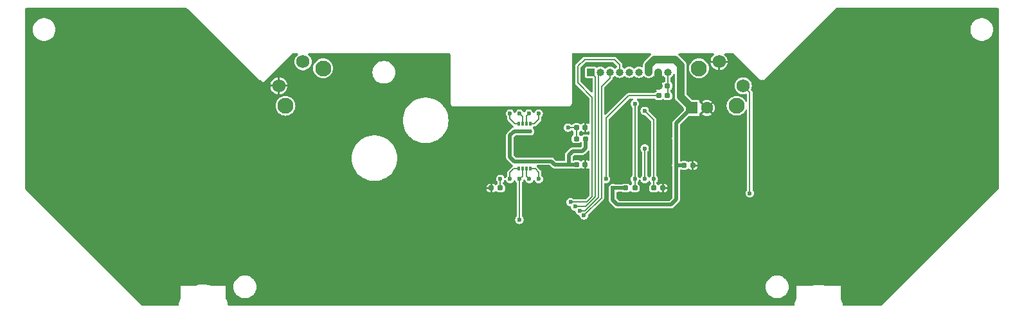
<source format=gbr>
%TF.GenerationSoftware,KiCad,Pcbnew,8.0.5*%
%TF.CreationDate,2026-02-16T11:04:40+00:00*%
%TF.ProjectId,CD32 pad,43443332-2070-4616-942e-6b696361645f,rev?*%
%TF.SameCoordinates,Original*%
%TF.FileFunction,Copper,L2,Bot*%
%TF.FilePolarity,Positive*%
%FSLAX46Y46*%
G04 Gerber Fmt 4.6, Leading zero omitted, Abs format (unit mm)*
G04 Created by KiCad (PCBNEW 8.0.5) date 2026-02-16 11:04:40*
%MOMM*%
%LPD*%
G01*
G04 APERTURE LIST*
G04 Aperture macros list*
%AMRoundRect*
0 Rectangle with rounded corners*
0 $1 Rounding radius*
0 $2 $3 $4 $5 $6 $7 $8 $9 X,Y pos of 4 corners*
0 Add a 4 corners polygon primitive as box body*
4,1,4,$2,$3,$4,$5,$6,$7,$8,$9,$2,$3,0*
0 Add four circle primitives for the rounded corners*
1,1,$1+$1,$2,$3*
1,1,$1+$1,$4,$5*
1,1,$1+$1,$6,$7*
1,1,$1+$1,$8,$9*
0 Add four rect primitives between the rounded corners*
20,1,$1+$1,$2,$3,$4,$5,0*
20,1,$1+$1,$4,$5,$6,$7,0*
20,1,$1+$1,$6,$7,$8,$9,0*
20,1,$1+$1,$8,$9,$2,$3,0*%
G04 Aperture macros list end*
%TA.AperFunction,ComponentPad*%
%ADD10R,1.000000X1.000000*%
%TD*%
%TA.AperFunction,ComponentPad*%
%ADD11O,1.000000X1.000000*%
%TD*%
%TA.AperFunction,ComponentPad*%
%ADD12R,1.600000X1.600000*%
%TD*%
%TA.AperFunction,ComponentPad*%
%ADD13C,1.600000*%
%TD*%
%TA.AperFunction,ComponentPad*%
%ADD14C,2.100000*%
%TD*%
%TA.AperFunction,ComponentPad*%
%ADD15C,1.750000*%
%TD*%
%TA.AperFunction,SMDPad,CuDef*%
%ADD16RoundRect,0.155000X0.212500X0.155000X-0.212500X0.155000X-0.212500X-0.155000X0.212500X-0.155000X0*%
%TD*%
%TA.AperFunction,SMDPad,CuDef*%
%ADD17RoundRect,0.160000X-0.197500X-0.160000X0.197500X-0.160000X0.197500X0.160000X-0.197500X0.160000X0*%
%TD*%
%TA.AperFunction,SMDPad,CuDef*%
%ADD18RoundRect,0.160000X0.197500X0.160000X-0.197500X0.160000X-0.197500X-0.160000X0.197500X-0.160000X0*%
%TD*%
%TA.AperFunction,SMDPad,CuDef*%
%ADD19RoundRect,0.155000X-0.212500X-0.155000X0.212500X-0.155000X0.212500X0.155000X-0.212500X0.155000X0*%
%TD*%
%TA.AperFunction,SMDPad,CuDef*%
%ADD20R,0.320000X0.500000*%
%TD*%
%TA.AperFunction,ViaPad*%
%ADD21C,0.600000*%
%TD*%
%TA.AperFunction,Conductor*%
%ADD22C,1.000000*%
%TD*%
%TA.AperFunction,Conductor*%
%ADD23C,0.200000*%
%TD*%
%TA.AperFunction,Conductor*%
%ADD24C,0.500000*%
%TD*%
G04 APERTURE END LIST*
D10*
%TO.P,J1,1,Pin_1*%
%TO.N,Net-(J1-Pin_1)*%
X156750000Y-87650000D03*
D11*
%TO.P,J1,2,Pin_2*%
%TO.N,Net-(J1-Pin_2)*%
X158020000Y-87650000D03*
%TO.P,J1,3,Pin_3*%
%TO.N,Net-(J1-Pin_3)*%
X159290000Y-87650000D03*
%TO.P,J1,4,Pin_4*%
%TO.N,Net-(J1-Pin_4)*%
X160560000Y-87650000D03*
%TO.P,J1,5,Pin_5*%
%TO.N,Net-(J1-Pin_5)*%
X161830000Y-87650000D03*
%TO.P,J1,6,Pin_6*%
%TO.N,Net-(J1-Pin_6)*%
X163100000Y-87650000D03*
%TO.P,J1,7,Pin_7*%
%TO.N,+5V*%
X164370000Y-87650000D03*
%TO.P,J1,8,Pin_8*%
%TO.N,GND*%
X165640000Y-87650000D03*
%TO.P,J1,9,Pin_9*%
%TO.N,Net-(J1-Pin_9)*%
X166910000Y-87650000D03*
%TD*%
D12*
%TO.P,C2,1*%
%TO.N,+5V*%
X170044888Y-92350000D03*
D13*
%TO.P,C2,2*%
%TO.N,GND*%
X172044888Y-92350000D03*
%TD*%
D14*
%TO.P,SW9,*%
%TO.N,*%
X175955169Y-92076560D03*
X170998350Y-87119742D03*
D15*
%TO.P,SW9,1,1*%
%TO.N,Net-(U1-D3)*%
X176831981Y-89431981D03*
%TO.P,SW9,2,2*%
%TO.N,GND*%
X173650000Y-86250000D03*
%TD*%
D14*
%TO.P,SW10,*%
%TO.N,*%
X121494579Y-87126812D03*
X116537761Y-92083631D03*
D15*
%TO.P,SW10,1,1*%
%TO.N,Net-(U1-D2)*%
X118850000Y-86250000D03*
%TO.P,SW10,2,2*%
%TO.N,GND*%
X115668019Y-89431981D03*
%TD*%
D16*
%TO.P,C1,1*%
%TO.N,GND*%
X156017500Y-94950000D03*
%TO.P,C1,2*%
%TO.N,Net-(U1-~{PL})*%
X154882500Y-94950000D03*
%TD*%
D17*
%TO.P,R15,1*%
%TO.N,GND*%
X143655000Y-102950000D03*
%TO.P,R15,2*%
%TO.N,Net-(U1-DS)*%
X144850000Y-102950000D03*
%TD*%
D18*
%TO.P,R1,1*%
%TO.N,GND*%
X166247500Y-102950000D03*
%TO.P,R1,2*%
%TO.N,Net-(R1-Pad2)*%
X165052500Y-102950000D03*
%TD*%
D16*
%TO.P,C4,1*%
%TO.N,GND*%
X156017500Y-99850000D03*
%TO.P,C4,2*%
%TO.N,+5V*%
X154882500Y-99850000D03*
%TD*%
D18*
%TO.P,R11,1*%
%TO.N,+5V*%
X156047500Y-96450000D03*
%TO.P,R11,2*%
%TO.N,Net-(U1-~{PL})*%
X154852500Y-96450000D03*
%TD*%
D16*
%TO.P,FB1,1*%
%TO.N,Net-(J1-Pin_9)*%
X166850000Y-90750000D03*
%TO.P,FB1,2*%
%TO.N,Net-(FB1-Pad2)*%
X165715000Y-90750000D03*
%TD*%
D19*
%TO.P,C5,1*%
%TO.N,+5V*%
X169050000Y-99950000D03*
%TO.P,C5,2*%
%TO.N,GND*%
X170185000Y-99950000D03*
%TD*%
D17*
%TO.P,R10,1*%
%TO.N,+5V*%
X161355000Y-102950000D03*
%TO.P,R10,2*%
%TO.N,Net-(J1-Pin_6)*%
X162550000Y-102950000D03*
%TD*%
D20*
%TO.P,RP1,1*%
%TO.N,+5V*%
X148800000Y-95450000D03*
%TO.P,RP1,2*%
X148300000Y-95450000D03*
%TO.P,RP1,3*%
X147800000Y-95450000D03*
%TO.P,RP1,4*%
X147300000Y-95450000D03*
%TO.P,RP1,5*%
%TO.N,Net-(U1-D7)*%
X147300000Y-94450000D03*
%TO.P,RP1,6*%
%TO.N,Net-(U1-D6)*%
X147800000Y-94450000D03*
%TO.P,RP1,7*%
%TO.N,Net-(U1-D5)*%
X148300000Y-94450000D03*
%TO.P,RP1,8*%
%TO.N,Net-(U1-D4)*%
X148800000Y-94450000D03*
%TD*%
%TO.P,RP2,1*%
%TO.N,+5V*%
X147250000Y-99400000D03*
%TO.P,RP2,2*%
X147750000Y-99400000D03*
%TO.P,RP2,3*%
X148250000Y-99400000D03*
%TO.P,RP2,4*%
X148750000Y-99400000D03*
%TO.P,RP2,5*%
%TO.N,Net-(U1-D3)*%
X148750000Y-100400000D03*
%TO.P,RP2,6*%
%TO.N,Net-(U1-D2)*%
X148250000Y-100400000D03*
%TO.P,RP2,7*%
%TO.N,Net-(U1-D1)*%
X147750000Y-100400000D03*
%TO.P,RP2,8*%
%TO.N,Net-(U1-D0)*%
X147250000Y-100400000D03*
%TD*%
D16*
%TO.P,C3,1*%
%TO.N,Net-(J1-Pin_9)*%
X166850000Y-89450000D03*
%TO.P,C3,2*%
%TO.N,GND*%
X165715000Y-89450000D03*
%TD*%
D21*
%TO.N,GND*%
X105200000Y-84000000D03*
X156000000Y-93900000D03*
X94600000Y-108200000D03*
X161300000Y-101700000D03*
X165200000Y-117000000D03*
X130000000Y-91600000D03*
X141000000Y-107850000D03*
X208600000Y-84400000D03*
X208600000Y-89800000D03*
X141000000Y-104100000D03*
X115400000Y-117000000D03*
X100400000Y-81200000D03*
X84200000Y-98000000D03*
X185000000Y-114000000D03*
X166550000Y-101750000D03*
X156450000Y-89050000D03*
X159800000Y-90400000D03*
X154400000Y-111400000D03*
X190800000Y-100200000D03*
X163900000Y-89450000D03*
X89200000Y-81400000D03*
X149400000Y-104000000D03*
X114400000Y-100000000D03*
X176200000Y-117000000D03*
X126200000Y-87200000D03*
X180000000Y-90000000D03*
X98200000Y-94600000D03*
X190800000Y-92800000D03*
X170400000Y-105400000D03*
X169750000Y-95950000D03*
X155000000Y-85800000D03*
X153800000Y-117000000D03*
X84200000Y-86800000D03*
X122000000Y-94600000D03*
X140650000Y-117000000D03*
X180400000Y-105400000D03*
X134000000Y-117000000D03*
X198200000Y-100200000D03*
X90800000Y-87800000D03*
X136600000Y-87000000D03*
X204400000Y-80600000D03*
X124400000Y-117000000D03*
X189000000Y-80600000D03*
X117800000Y-111600000D03*
X161300000Y-93400000D03*
X139400000Y-111800000D03*
X97400000Y-115400000D03*
X123000000Y-99800000D03*
X174200000Y-99000000D03*
X152200000Y-102400000D03*
X200000000Y-110600000D03*
X205925000Y-104175000D03*
X155400000Y-101600000D03*
X111600000Y-106800000D03*
X198000000Y-80600000D03*
X87400000Y-105000000D03*
X198200000Y-92800000D03*
X155650000Y-91100000D03*
X152550000Y-107850000D03*
X183600000Y-86400000D03*
X135250000Y-99800000D03*
X140600000Y-94000000D03*
X191600000Y-117000000D03*
X141400000Y-101200000D03*
X105400000Y-109200000D03*
X124400000Y-106800000D03*
X164750000Y-91750000D03*
X175400000Y-111050000D03*
X109800000Y-89200000D03*
%TO.N,Net-(U1-~{PL})*%
X153750000Y-94950000D03*
%TO.N,+5V*%
X159650000Y-102950000D03*
X153850000Y-99850000D03*
X168000000Y-96400000D03*
X168000000Y-99950000D03*
%TO.N,Net-(J1-Pin_1)*%
X154685012Y-105390000D03*
%TO.N,Net-(J1-Pin_2)*%
X155297451Y-105970000D03*
%TO.N,Net-(J1-Pin_6)*%
X162550000Y-101750000D03*
X162560000Y-91800000D03*
%TO.N,Net-(J1-Pin_3)*%
X155850000Y-106550000D03*
%TO.N,Net-(J1-Pin_4)*%
X154094216Y-104810000D03*
%TO.N,Net-(R1-Pad2)*%
X163850000Y-92750000D03*
X165050000Y-101750000D03*
%TO.N,Net-(U1-D1)*%
X147350000Y-107150000D03*
X147350000Y-101750000D03*
%TO.N,Net-(U1-D2)*%
X148650000Y-101750000D03*
%TO.N,Net-(U1-D4)*%
X149900000Y-93100000D03*
%TO.N,Net-(U1-D5)*%
X148600000Y-93100000D03*
%TO.N,Net-(U1-D6)*%
X147365000Y-93100000D03*
X163850000Y-101750000D03*
X163850000Y-97720000D03*
%TO.N,Net-(U1-D7)*%
X146100000Y-93100000D03*
%TO.N,Net-(U1-D0)*%
X146100000Y-101750000D03*
%TO.N,Net-(U1-DS)*%
X144825000Y-101725000D03*
%TO.N,Net-(FB1-Pad2)*%
X158750000Y-101750000D03*
%TO.N,Net-(U1-D3)*%
X177700000Y-103650000D03*
X149905000Y-101750000D03*
%TD*%
D22*
%TO.N,GND*%
X165640000Y-87650000D02*
X165640000Y-89375000D01*
X163900000Y-89450000D02*
X160750000Y-89450000D01*
D23*
X156000000Y-94932500D02*
X156017500Y-94950000D01*
D22*
X165715000Y-89450000D02*
X163900000Y-89450000D01*
D23*
X165640000Y-89375000D02*
X165715000Y-89450000D01*
D22*
X160750000Y-89450000D02*
X159800000Y-90400000D01*
D23*
X156000000Y-93900000D02*
X156000000Y-94932500D01*
%TO.N,Net-(U1-~{PL})*%
X154882500Y-94950000D02*
X153750000Y-94950000D01*
X154852500Y-96450000D02*
X154852500Y-94980000D01*
D24*
%TO.N,+5V*%
X168000000Y-99950000D02*
X168000000Y-94900000D01*
X153850000Y-99850000D02*
X153850000Y-98600000D01*
X159650000Y-102950000D02*
X159650000Y-104550000D01*
X167300000Y-105150000D02*
X168000000Y-104450000D01*
X146100000Y-98850000D02*
X146100000Y-96000000D01*
D22*
X168600000Y-86700000D02*
X167850000Y-85950000D01*
D24*
X154882500Y-99850000D02*
X154850000Y-99817500D01*
X159650000Y-102950000D02*
X161355000Y-102950000D01*
D22*
X164370000Y-86730000D02*
X164370000Y-87650000D01*
D24*
X146100000Y-96000000D02*
X146650000Y-95450000D01*
X153850000Y-99850000D02*
X152000000Y-99850000D01*
X168000000Y-99950000D02*
X169037500Y-99950000D01*
X160250000Y-105150000D02*
X167300000Y-105150000D01*
X154400000Y-98050000D02*
X155650000Y-98050000D01*
X168000000Y-104450000D02*
X168000000Y-99950000D01*
X151550000Y-99400000D02*
X147250000Y-99400000D01*
X170044888Y-92350000D02*
X168000000Y-94394888D01*
X147250000Y-99400000D02*
X146650000Y-99400000D01*
X153850000Y-99850000D02*
X154882500Y-99850000D01*
X168000000Y-94394888D02*
X168000000Y-94900000D01*
X159650000Y-104550000D02*
X160250000Y-105150000D01*
X156047500Y-97652500D02*
X156047500Y-96450000D01*
X146650000Y-99400000D02*
X146100000Y-98850000D01*
X155650000Y-98050000D02*
X156047500Y-97652500D01*
X152000000Y-99850000D02*
X151550000Y-99400000D01*
X146650000Y-95450000D02*
X148800000Y-95450000D01*
X153850000Y-98600000D02*
X154400000Y-98050000D01*
D22*
X167850000Y-85950000D02*
X165150000Y-85950000D01*
X170044888Y-92350000D02*
X168600000Y-90905112D01*
X165150000Y-85950000D02*
X164370000Y-86730000D01*
X168600000Y-90905112D02*
X168600000Y-86700000D01*
D23*
%TO.N,Net-(J1-Pin_9)*%
X166910000Y-87650000D02*
X166910000Y-90690000D01*
%TO.N,Net-(J1-Pin_1)*%
X154685012Y-105390000D02*
X156085104Y-105390000D01*
X157350000Y-88250000D02*
X156750000Y-87650000D01*
X157350000Y-104125104D02*
X157350000Y-88250000D01*
X156085104Y-105390000D02*
X157350000Y-104125104D01*
%TO.N,Net-(J1-Pin_2)*%
X155967552Y-105970000D02*
X157750000Y-104187552D01*
X157750000Y-104187552D02*
X157750000Y-87920000D01*
X157750000Y-87920000D02*
X158020000Y-87650000D01*
X155297451Y-105970000D02*
X155967552Y-105970000D01*
%TO.N,Net-(J1-Pin_6)*%
X162550000Y-102950000D02*
X162550000Y-101750000D01*
X162560000Y-101740000D02*
X162550000Y-101750000D01*
X162560000Y-91800000D02*
X162560000Y-101740000D01*
%TO.N,Net-(J1-Pin_3)*%
X158150000Y-89550000D02*
X159290000Y-88410000D01*
X159290000Y-88410000D02*
X159290000Y-87650000D01*
X155850000Y-106550000D02*
X158150000Y-104250000D01*
X158150000Y-104250000D02*
X158150000Y-89550000D01*
%TO.N,Net-(J1-Pin_4)*%
X156202656Y-104810000D02*
X156950000Y-104062656D01*
X156950000Y-90950000D02*
X155050000Y-89050000D01*
X156950000Y-104062656D02*
X156950000Y-90950000D01*
X155950000Y-85950000D02*
X159850000Y-85950000D01*
X155050000Y-86850000D02*
X155950000Y-85950000D01*
X160560000Y-86660000D02*
X160560000Y-87650000D01*
X155050000Y-89050000D02*
X155050000Y-86850000D01*
X154094216Y-104810000D02*
X156202656Y-104810000D01*
X159850000Y-85950000D02*
X160560000Y-86660000D01*
%TO.N,Net-(R1-Pad2)*%
X163850000Y-92750000D02*
X165050000Y-93950000D01*
X165050000Y-102947500D02*
X165052500Y-102950000D01*
X165050000Y-101750000D02*
X165050000Y-102947500D01*
X165050000Y-93950000D02*
X165050000Y-101750000D01*
%TO.N,Net-(U1-D1)*%
X147350000Y-101750000D02*
X147750000Y-101350000D01*
X147350000Y-101750000D02*
X147350000Y-107150000D01*
X147750000Y-101350000D02*
X147750000Y-100400000D01*
%TO.N,Net-(U1-D2)*%
X148650000Y-101750000D02*
X148250000Y-101350000D01*
X148250000Y-101350000D02*
X148250000Y-100400000D01*
%TO.N,Net-(U1-D4)*%
X149300000Y-94450000D02*
X148800000Y-94450000D01*
X149900000Y-93850000D02*
X149300000Y-94450000D01*
X149900000Y-93100000D02*
X149900000Y-93850000D01*
%TO.N,Net-(U1-D5)*%
X148600000Y-93100000D02*
X148300000Y-93400000D01*
X148300000Y-93400000D02*
X148300000Y-94450000D01*
%TO.N,Net-(U1-D6)*%
X163850000Y-101750000D02*
X163850000Y-97720000D01*
X147800000Y-93535000D02*
X147800000Y-94450000D01*
X147365000Y-93100000D02*
X147800000Y-93535000D01*
%TO.N,Net-(U1-D7)*%
X146750000Y-94450000D02*
X147300000Y-94450000D01*
X146100000Y-93100000D02*
X146100000Y-93800000D01*
X146100000Y-93800000D02*
X146750000Y-94450000D01*
%TO.N,Net-(U1-D0)*%
X146100000Y-101750000D02*
X146100000Y-100900000D01*
X146100000Y-100900000D02*
X146600000Y-100400000D01*
X146600000Y-100400000D02*
X147250000Y-100400000D01*
%TO.N,Net-(U1-DS)*%
X144825000Y-101725000D02*
X144825000Y-102872500D01*
%TO.N,Net-(FB1-Pad2)*%
X158750000Y-101750000D02*
X158750000Y-93715686D01*
X161715686Y-90750000D02*
X165715000Y-90750000D01*
X158750000Y-93715686D02*
X161715686Y-90750000D01*
%TO.N,Net-(U1-D3)*%
X149905000Y-100855000D02*
X149450000Y-100400000D01*
X177700000Y-90300000D02*
X176831981Y-89431981D01*
X149450000Y-100400000D02*
X148750000Y-100400000D01*
X177700000Y-103650000D02*
X177700000Y-90300000D01*
X149905000Y-101750000D02*
X149905000Y-100855000D01*
%TD*%
%TA.AperFunction,Conductor*%
%TO.N,GND*%
G36*
X103558363Y-79170185D02*
G01*
X103579005Y-79186819D01*
X112849500Y-88457314D01*
X112942686Y-88550500D01*
X113041521Y-88607563D01*
X113044076Y-88609038D01*
X113056814Y-88616392D01*
X113184108Y-88650500D01*
X113184110Y-88650500D01*
X113199138Y-88650500D01*
X113266177Y-88670185D01*
X113286819Y-88686819D01*
X113600000Y-89000000D01*
X117413181Y-85186819D01*
X117474504Y-85153334D01*
X117500862Y-85150500D01*
X118065378Y-85150500D01*
X118132417Y-85170185D01*
X118178172Y-85222989D01*
X118188116Y-85292147D01*
X118159091Y-85355703D01*
X118148916Y-85366137D01*
X118014683Y-85488505D01*
X117888981Y-85654961D01*
X117796007Y-85841677D01*
X117781404Y-85893003D01*
X117752030Y-85996243D01*
X117738923Y-86042308D01*
X117719678Y-86249999D01*
X117719678Y-86250000D01*
X117738923Y-86457691D01*
X117738923Y-86457693D01*
X117738924Y-86457696D01*
X117757992Y-86524712D01*
X117796007Y-86658322D01*
X117850275Y-86767306D01*
X117888981Y-86845038D01*
X118014682Y-87011493D01*
X118168829Y-87152016D01*
X118346172Y-87261823D01*
X118540673Y-87337173D01*
X118745707Y-87375500D01*
X118745710Y-87375500D01*
X118954290Y-87375500D01*
X118954293Y-87375500D01*
X119159327Y-87337173D01*
X119353828Y-87261823D01*
X119531171Y-87152016D01*
X119558821Y-87126810D01*
X120189111Y-87126810D01*
X120189111Y-87126813D01*
X120208943Y-87353498D01*
X120208945Y-87353509D01*
X120267837Y-87573300D01*
X120267840Y-87573309D01*
X120364010Y-87779544D01*
X120364011Y-87779546D01*
X120494533Y-87965953D01*
X120655437Y-88126857D01*
X120655440Y-88126859D01*
X120841845Y-88257380D01*
X121048083Y-88353551D01*
X121048088Y-88353552D01*
X121048090Y-88353553D01*
X121096805Y-88366606D01*
X121267887Y-88412447D01*
X121413769Y-88425210D01*
X121494577Y-88432280D01*
X121494579Y-88432280D01*
X121494581Y-88432280D01*
X121575389Y-88425210D01*
X121721271Y-88412447D01*
X121941075Y-88353551D01*
X122147313Y-88257380D01*
X122333718Y-88126859D01*
X122494626Y-87965951D01*
X122625147Y-87779546D01*
X122685558Y-87649994D01*
X127994357Y-87649994D01*
X127994357Y-87650005D01*
X128014890Y-87897812D01*
X128014892Y-87897824D01*
X128075936Y-88138881D01*
X128175826Y-88366606D01*
X128311833Y-88574782D01*
X128311835Y-88574784D01*
X128311836Y-88574785D01*
X128480256Y-88757738D01*
X128676491Y-88910474D01*
X128683260Y-88914137D01*
X128883853Y-89022693D01*
X128895190Y-89028828D01*
X129130386Y-89109571D01*
X129375665Y-89150500D01*
X129624335Y-89150500D01*
X129869614Y-89109571D01*
X130104810Y-89028828D01*
X130323509Y-88910474D01*
X130519744Y-88757738D01*
X130688164Y-88574785D01*
X130824173Y-88366607D01*
X130924063Y-88138881D01*
X130985108Y-87897821D01*
X130987458Y-87869466D01*
X131005643Y-87650005D01*
X131005643Y-87649994D01*
X130985109Y-87402187D01*
X130985107Y-87402175D01*
X130924063Y-87161118D01*
X130824173Y-86933393D01*
X130688166Y-86725217D01*
X130665412Y-86700500D01*
X130519744Y-86542262D01*
X130323509Y-86389526D01*
X130323507Y-86389525D01*
X130323506Y-86389524D01*
X130104811Y-86271172D01*
X130104802Y-86271169D01*
X129869616Y-86190429D01*
X129624335Y-86149500D01*
X129375665Y-86149500D01*
X129130383Y-86190429D01*
X128895197Y-86271169D01*
X128895188Y-86271172D01*
X128676493Y-86389524D01*
X128480257Y-86542261D01*
X128311833Y-86725217D01*
X128175826Y-86933393D01*
X128075936Y-87161118D01*
X128014892Y-87402175D01*
X128014890Y-87402187D01*
X127994357Y-87649994D01*
X122685558Y-87649994D01*
X122721318Y-87573308D01*
X122780214Y-87353504D01*
X122799216Y-87136306D01*
X122800047Y-87126813D01*
X122800047Y-87126810D01*
X122790805Y-87021172D01*
X122780214Y-86900120D01*
X122721318Y-86680316D01*
X122625147Y-86474078D01*
X122505592Y-86303334D01*
X122494624Y-86287670D01*
X122333720Y-86126766D01*
X122147313Y-85996244D01*
X122147311Y-85996243D01*
X121941076Y-85900073D01*
X121941067Y-85900070D01*
X121721276Y-85841178D01*
X121721272Y-85841177D01*
X121721271Y-85841177D01*
X121721270Y-85841176D01*
X121721265Y-85841176D01*
X121494581Y-85821344D01*
X121494577Y-85821344D01*
X121267892Y-85841176D01*
X121267881Y-85841178D01*
X121048090Y-85900070D01*
X121048081Y-85900073D01*
X120841846Y-85996243D01*
X120841844Y-85996244D01*
X120655437Y-86126766D01*
X120494533Y-86287670D01*
X120364011Y-86474077D01*
X120364010Y-86474079D01*
X120267840Y-86680314D01*
X120267837Y-86680323D01*
X120208945Y-86900114D01*
X120208943Y-86900125D01*
X120189111Y-87126810D01*
X119558821Y-87126810D01*
X119685318Y-87011493D01*
X119811019Y-86845038D01*
X119903994Y-86658319D01*
X119961076Y-86457696D01*
X119980322Y-86250000D01*
X119961076Y-86042304D01*
X119903994Y-85841681D01*
X119811019Y-85654962D01*
X119685318Y-85488507D01*
X119551084Y-85366137D01*
X119514803Y-85306426D01*
X119516563Y-85236579D01*
X119555806Y-85178771D01*
X119620073Y-85151357D01*
X119634622Y-85150500D01*
X138125500Y-85150500D01*
X138192539Y-85170185D01*
X138238294Y-85222989D01*
X138249500Y-85274500D01*
X138249500Y-91715891D01*
X138283608Y-91843187D01*
X138291548Y-91856939D01*
X138349500Y-91957314D01*
X138442686Y-92050500D01*
X138556814Y-92116392D01*
X138684108Y-92150500D01*
X138684110Y-92150500D01*
X153815890Y-92150500D01*
X153815892Y-92150500D01*
X153943186Y-92116392D01*
X154057314Y-92050500D01*
X154071495Y-92036319D01*
X154132818Y-92002834D01*
X154159176Y-92000000D01*
X154200000Y-92000000D01*
X154200000Y-91904802D01*
X154214377Y-91851146D01*
X154213282Y-91850693D01*
X154216391Y-91843187D01*
X154216392Y-91843186D01*
X154250500Y-91715892D01*
X154250500Y-85274500D01*
X154270185Y-85207461D01*
X154322989Y-85161706D01*
X154374500Y-85150500D01*
X164588892Y-85150500D01*
X164655931Y-85170185D01*
X164701686Y-85222989D01*
X164711630Y-85292147D01*
X164682605Y-85355703D01*
X164675638Y-85362486D01*
X164675892Y-85362740D01*
X163787047Y-86251584D01*
X163787045Y-86251586D01*
X163751029Y-86305492D01*
X163751027Y-86305495D01*
X163704919Y-86374499D01*
X163704912Y-86374511D01*
X163648343Y-86511082D01*
X163648340Y-86511092D01*
X163619500Y-86656079D01*
X163619500Y-86865704D01*
X163599815Y-86932743D01*
X163547011Y-86978498D01*
X163477853Y-86988442D01*
X163434063Y-86972363D01*
X163433966Y-86972566D01*
X163431887Y-86971565D01*
X163429534Y-86970701D01*
X163427698Y-86969548D01*
X163427694Y-86969545D01*
X163268056Y-86913685D01*
X163100003Y-86894751D01*
X163099997Y-86894751D01*
X162931943Y-86913685D01*
X162772305Y-86969545D01*
X162772302Y-86969547D01*
X162629115Y-87059518D01*
X162629109Y-87059523D01*
X162552681Y-87135952D01*
X162491358Y-87169437D01*
X162421666Y-87164453D01*
X162377319Y-87135952D01*
X162300890Y-87059523D01*
X162300884Y-87059518D01*
X162157697Y-86969547D01*
X162157694Y-86969545D01*
X161998056Y-86913685D01*
X161830003Y-86894751D01*
X161829997Y-86894751D01*
X161661943Y-86913685D01*
X161502305Y-86969545D01*
X161502302Y-86969547D01*
X161359115Y-87059518D01*
X161359109Y-87059523D01*
X161282681Y-87135952D01*
X161221358Y-87169437D01*
X161151666Y-87164453D01*
X161107319Y-87135952D01*
X161030888Y-87059521D01*
X161030886Y-87059520D01*
X160968527Y-87020336D01*
X160922236Y-86968001D01*
X160910500Y-86915343D01*
X160910500Y-86613858D01*
X160910500Y-86613856D01*
X160886614Y-86524712D01*
X160878748Y-86511088D01*
X160840470Y-86444788D01*
X160065212Y-85669530D01*
X160065211Y-85669529D01*
X160065208Y-85669527D01*
X159985290Y-85623387D01*
X159985289Y-85623386D01*
X159985288Y-85623386D01*
X159896144Y-85599500D01*
X155903856Y-85599500D01*
X155814712Y-85623386D01*
X155814709Y-85623387D01*
X155734791Y-85669527D01*
X155734786Y-85669531D01*
X154769531Y-86634786D01*
X154769527Y-86634791D01*
X154735809Y-86693194D01*
X154735809Y-86693195D01*
X154723386Y-86714710D01*
X154699500Y-86803856D01*
X154699500Y-89096144D01*
X154714065Y-89150501D01*
X154714065Y-89150502D01*
X154723384Y-89185284D01*
X154723385Y-89185286D01*
X154769527Y-89265208D01*
X154769531Y-89265213D01*
X156563181Y-91058863D01*
X156596666Y-91120186D01*
X156599500Y-91146544D01*
X156599500Y-94326378D01*
X156579815Y-94393417D01*
X156527011Y-94439172D01*
X156457853Y-94449116D01*
X156419205Y-94436863D01*
X156356709Y-94405019D01*
X156261877Y-94390000D01*
X156142500Y-94390000D01*
X156142500Y-95510000D01*
X156261877Y-95510000D01*
X156356709Y-95494980D01*
X156356711Y-95494979D01*
X156419204Y-95463137D01*
X156487873Y-95450240D01*
X156552614Y-95476516D01*
X156592871Y-95533622D01*
X156599500Y-95573621D01*
X156599500Y-95807562D01*
X156579815Y-95874601D01*
X156527011Y-95920356D01*
X156457853Y-95930300D01*
X156419207Y-95918047D01*
X156373432Y-95894724D01*
X156373430Y-95894723D01*
X156277307Y-95879500D01*
X155817688Y-95879500D01*
X155817688Y-95879501D01*
X155721571Y-95894723D01*
X155721570Y-95894723D01*
X155605704Y-95953760D01*
X155605700Y-95953763D01*
X155537681Y-96021783D01*
X155476358Y-96055268D01*
X155406666Y-96050284D01*
X155362319Y-96021783D01*
X155294299Y-95953763D01*
X155294295Y-95953760D01*
X155294294Y-95953759D01*
X155270704Y-95941739D01*
X155219908Y-95893764D01*
X155203000Y-95831255D01*
X155203000Y-95581062D01*
X155222685Y-95514023D01*
X155270704Y-95470577D01*
X155336318Y-95437146D01*
X155362673Y-95410790D01*
X155423991Y-95377307D01*
X155493683Y-95382289D01*
X155538034Y-95410791D01*
X155563974Y-95436731D01*
X155563979Y-95436734D01*
X155678290Y-95494980D01*
X155773123Y-95510000D01*
X155892500Y-95510000D01*
X155892500Y-94390000D01*
X155773123Y-94390000D01*
X155678290Y-94405019D01*
X155563979Y-94463265D01*
X155563977Y-94463266D01*
X155538033Y-94489210D01*
X155476709Y-94522694D01*
X155407018Y-94517708D01*
X155362672Y-94489208D01*
X155336318Y-94462854D01*
X155221868Y-94404539D01*
X155221866Y-94404538D01*
X155221863Y-94404537D01*
X155126916Y-94389500D01*
X154638084Y-94389500D01*
X154543136Y-94404537D01*
X154428680Y-94462855D01*
X154402329Y-94489207D01*
X154337854Y-94553682D01*
X154337853Y-94553683D01*
X154330954Y-94560583D01*
X154328748Y-94558377D01*
X154286359Y-94591056D01*
X154241384Y-94599500D01*
X154236092Y-94599500D01*
X154169053Y-94579815D01*
X154149587Y-94561913D01*
X154148372Y-94563129D01*
X154142627Y-94557384D01*
X154142621Y-94557379D01*
X154027625Y-94469139D01*
X154027624Y-94469138D01*
X154027622Y-94469137D01*
X153893712Y-94413671D01*
X153893710Y-94413670D01*
X153893709Y-94413670D01*
X153821854Y-94404210D01*
X153750001Y-94394750D01*
X153749999Y-94394750D01*
X153606291Y-94413670D01*
X153606287Y-94413671D01*
X153472377Y-94469137D01*
X153357379Y-94557379D01*
X153269137Y-94672377D01*
X153213671Y-94806287D01*
X153213670Y-94806291D01*
X153194750Y-94949999D01*
X153194750Y-94950000D01*
X153213670Y-95093708D01*
X153213671Y-95093712D01*
X153269137Y-95227622D01*
X153269138Y-95227624D01*
X153269139Y-95227625D01*
X153357379Y-95342621D01*
X153472375Y-95430861D01*
X153472376Y-95430861D01*
X153472377Y-95430862D01*
X153494451Y-95440005D01*
X153606291Y-95486330D01*
X153733280Y-95503048D01*
X153749999Y-95505250D01*
X153750000Y-95505250D01*
X153750001Y-95505250D01*
X153764977Y-95503278D01*
X153893709Y-95486330D01*
X154027625Y-95430861D01*
X154142621Y-95342621D01*
X154142623Y-95342617D01*
X154142627Y-95342615D01*
X154148372Y-95336871D01*
X154150888Y-95339387D01*
X154194183Y-95307797D01*
X154236092Y-95300500D01*
X154241384Y-95300500D01*
X154308423Y-95320185D01*
X154329902Y-95340467D01*
X154330953Y-95339417D01*
X154428682Y-95437146D01*
X154434293Y-95440005D01*
X154485090Y-95487979D01*
X154502000Y-95550491D01*
X154502000Y-95831255D01*
X154482315Y-95898294D01*
X154434296Y-95941739D01*
X154410707Y-95953758D01*
X154410700Y-95953763D01*
X154318763Y-96045700D01*
X154318760Y-96045704D01*
X154259723Y-96161571D01*
X154244500Y-96257692D01*
X154244500Y-96642311D01*
X154259723Y-96738428D01*
X154259723Y-96738429D01*
X154318760Y-96854295D01*
X154318763Y-96854299D01*
X154410700Y-96946236D01*
X154410704Y-96946239D01*
X154410706Y-96946241D01*
X154526567Y-97005275D01*
X154526569Y-97005275D01*
X154526571Y-97005276D01*
X154555728Y-97009893D01*
X154622693Y-97020500D01*
X155082306Y-97020499D01*
X155082311Y-97020499D01*
X155082311Y-97020498D01*
X155130369Y-97012887D01*
X155178428Y-97005276D01*
X155178429Y-97005276D01*
X155178430Y-97005275D01*
X155178433Y-97005275D01*
X155294294Y-96946241D01*
X155294299Y-96946236D01*
X155335319Y-96905217D01*
X155396642Y-96871732D01*
X155466334Y-96876716D01*
X155522267Y-96918588D01*
X155546684Y-96984052D01*
X155547000Y-96992898D01*
X155547000Y-97393824D01*
X155527315Y-97460863D01*
X155510681Y-97481505D01*
X155479005Y-97513181D01*
X155417682Y-97546666D01*
X155391324Y-97549500D01*
X154334107Y-97549500D01*
X154206812Y-97583608D01*
X154092686Y-97649500D01*
X154092683Y-97649502D01*
X153449502Y-98292683D01*
X153449500Y-98292686D01*
X153383608Y-98406812D01*
X153349500Y-98534108D01*
X153349500Y-99225500D01*
X153329815Y-99292539D01*
X153277011Y-99338294D01*
X153225500Y-99349500D01*
X152258676Y-99349500D01*
X152191637Y-99329815D01*
X152170995Y-99313181D01*
X151857316Y-98999502D01*
X151857314Y-98999500D01*
X151800250Y-98966554D01*
X151743187Y-98933608D01*
X151677065Y-98915891D01*
X151615892Y-98899500D01*
X151615891Y-98899500D01*
X146908676Y-98899500D01*
X146841637Y-98879815D01*
X146820995Y-98863181D01*
X146636819Y-98679005D01*
X146603334Y-98617682D01*
X146600500Y-98591324D01*
X146600500Y-96258676D01*
X146620185Y-96191637D01*
X146636819Y-96170995D01*
X146820995Y-95986819D01*
X146882318Y-95953334D01*
X146908676Y-95950500D01*
X148984676Y-95950500D01*
X148984677Y-95950499D01*
X149057740Y-95935966D01*
X149140601Y-95880601D01*
X149195966Y-95797740D01*
X149201856Y-95768121D01*
X149216086Y-95730316D01*
X149266392Y-95643186D01*
X149300500Y-95515892D01*
X149300500Y-95384108D01*
X149266392Y-95256814D01*
X149251989Y-95231868D01*
X149216087Y-95169684D01*
X149201856Y-95131874D01*
X149195966Y-95102260D01*
X149195965Y-95102258D01*
X149195965Y-95102257D01*
X149140261Y-95018890D01*
X149119383Y-94952213D01*
X149137868Y-94884833D01*
X149140262Y-94881108D01*
X149157301Y-94855608D01*
X149210913Y-94810804D01*
X149260402Y-94800500D01*
X149346142Y-94800500D01*
X149346144Y-94800500D01*
X149435288Y-94776614D01*
X149455771Y-94764788D01*
X149515212Y-94730470D01*
X150180470Y-94065212D01*
X150226614Y-93985288D01*
X150232309Y-93964033D01*
X150240011Y-93935289D01*
X150240011Y-93935288D01*
X150250500Y-93896144D01*
X150250500Y-93586092D01*
X150270185Y-93519053D01*
X150288114Y-93499609D01*
X150286874Y-93498369D01*
X150292619Y-93492623D01*
X150292621Y-93492621D01*
X150380861Y-93377625D01*
X150436330Y-93243709D01*
X150455250Y-93100000D01*
X150436330Y-92956291D01*
X150380861Y-92822375D01*
X150292621Y-92707379D01*
X150177625Y-92619139D01*
X150177624Y-92619138D01*
X150177622Y-92619137D01*
X150043712Y-92563671D01*
X150043710Y-92563670D01*
X150043709Y-92563670D01*
X149971854Y-92554210D01*
X149900001Y-92544750D01*
X149899999Y-92544750D01*
X149756291Y-92563670D01*
X149756287Y-92563671D01*
X149622377Y-92619137D01*
X149507379Y-92707379D01*
X149419137Y-92822377D01*
X149364561Y-92954139D01*
X149320720Y-93008543D01*
X149254426Y-93030608D01*
X149186727Y-93013329D01*
X149139116Y-92962192D01*
X149135439Y-92954139D01*
X149080862Y-92822377D01*
X149080861Y-92822376D01*
X149080861Y-92822375D01*
X148992621Y-92707379D01*
X148877625Y-92619139D01*
X148877624Y-92619138D01*
X148877622Y-92619137D01*
X148743712Y-92563671D01*
X148743710Y-92563670D01*
X148743709Y-92563670D01*
X148671854Y-92554210D01*
X148600001Y-92544750D01*
X148599999Y-92544750D01*
X148456291Y-92563670D01*
X148456287Y-92563671D01*
X148322377Y-92619137D01*
X148207379Y-92707379D01*
X148119137Y-92822377D01*
X148097061Y-92875676D01*
X148053220Y-92930080D01*
X147986926Y-92952145D01*
X147919227Y-92934866D01*
X147871616Y-92883729D01*
X147867939Y-92875676D01*
X147845862Y-92822377D01*
X147845861Y-92822376D01*
X147845861Y-92822375D01*
X147757621Y-92707379D01*
X147642625Y-92619139D01*
X147642624Y-92619138D01*
X147642622Y-92619137D01*
X147508712Y-92563671D01*
X147508710Y-92563670D01*
X147508709Y-92563670D01*
X147436854Y-92554210D01*
X147365001Y-92544750D01*
X147364999Y-92544750D01*
X147221291Y-92563670D01*
X147221287Y-92563671D01*
X147087377Y-92619137D01*
X146972379Y-92707379D01*
X146884137Y-92822377D01*
X146847061Y-92911890D01*
X146803221Y-92966294D01*
X146736927Y-92988359D01*
X146669227Y-92971080D01*
X146621616Y-92919943D01*
X146617939Y-92911890D01*
X146580862Y-92822377D01*
X146580861Y-92822376D01*
X146580861Y-92822375D01*
X146492621Y-92707379D01*
X146377625Y-92619139D01*
X146377624Y-92619138D01*
X146377622Y-92619137D01*
X146243712Y-92563671D01*
X146243710Y-92563670D01*
X146243709Y-92563670D01*
X146171854Y-92554210D01*
X146100001Y-92544750D01*
X146099999Y-92544750D01*
X145956291Y-92563670D01*
X145956287Y-92563671D01*
X145822377Y-92619137D01*
X145707379Y-92707379D01*
X145619137Y-92822377D01*
X145563671Y-92956287D01*
X145563670Y-92956291D01*
X145554279Y-93027625D01*
X145544750Y-93100000D01*
X145561978Y-93230861D01*
X145563670Y-93243708D01*
X145563671Y-93243712D01*
X145619138Y-93377623D01*
X145619139Y-93377625D01*
X145707380Y-93492623D01*
X145713126Y-93498369D01*
X145710574Y-93500920D01*
X145742091Y-93543873D01*
X145749500Y-93586092D01*
X145749500Y-93846143D01*
X145764963Y-93903855D01*
X145773384Y-93935283D01*
X145773385Y-93935285D01*
X145773386Y-93935288D01*
X145789981Y-93964032D01*
X145819527Y-94015208D01*
X145819531Y-94015213D01*
X146534788Y-94730470D01*
X146550280Y-94739414D01*
X146598496Y-94789981D01*
X146611720Y-94858588D01*
X146585752Y-94923453D01*
X146528839Y-94963982D01*
X146520377Y-94966576D01*
X146456814Y-94983608D01*
X146456812Y-94983608D01*
X146456812Y-94983609D01*
X146342686Y-95049500D01*
X146342683Y-95049502D01*
X145699502Y-95692683D01*
X145699500Y-95692686D01*
X145633608Y-95806812D01*
X145599500Y-95934108D01*
X145599500Y-98915891D01*
X145633608Y-99043187D01*
X145666554Y-99100250D01*
X145699500Y-99157314D01*
X146249500Y-99707314D01*
X146342686Y-99800500D01*
X146394859Y-99830622D01*
X146394860Y-99830623D01*
X146454025Y-99864783D01*
X146502240Y-99915350D01*
X146515462Y-99983958D01*
X146489494Y-100048822D01*
X146454024Y-100079556D01*
X146384791Y-100119527D01*
X146384786Y-100119531D01*
X145819529Y-100684788D01*
X145799368Y-100719711D01*
X145799366Y-100719713D01*
X145773388Y-100764706D01*
X145773387Y-100764709D01*
X145773386Y-100764711D01*
X145773386Y-100764712D01*
X145766347Y-100790982D01*
X145749500Y-100853856D01*
X145749500Y-101263908D01*
X145729815Y-101330947D01*
X145711913Y-101350412D01*
X145713129Y-101351628D01*
X145707384Y-101357372D01*
X145619138Y-101472376D01*
X145582238Y-101561462D01*
X145538397Y-101615865D01*
X145472103Y-101637930D01*
X145404403Y-101620651D01*
X145356793Y-101569513D01*
X145353118Y-101561467D01*
X145320794Y-101483428D01*
X145305862Y-101447377D01*
X145305861Y-101447376D01*
X145305861Y-101447375D01*
X145217621Y-101332379D01*
X145102625Y-101244139D01*
X145102624Y-101244138D01*
X145102622Y-101244137D01*
X144968712Y-101188671D01*
X144968710Y-101188670D01*
X144968709Y-101188670D01*
X144858497Y-101174160D01*
X144825001Y-101169750D01*
X144824999Y-101169750D01*
X144681291Y-101188670D01*
X144681287Y-101188671D01*
X144547377Y-101244137D01*
X144432379Y-101332379D01*
X144344137Y-101447377D01*
X144288671Y-101581287D01*
X144288670Y-101581291D01*
X144269750Y-101725000D01*
X144284504Y-101837069D01*
X144288670Y-101868708D01*
X144288671Y-101868712D01*
X144344138Y-102002623D01*
X144344139Y-102002625D01*
X144432380Y-102117623D01*
X144438126Y-102123369D01*
X144435574Y-102125920D01*
X144467091Y-102168873D01*
X144474500Y-102211092D01*
X144474500Y-102343993D01*
X144454815Y-102411032D01*
X144415239Y-102446838D01*
X144416100Y-102448023D01*
X144408208Y-102453756D01*
X144339827Y-102522137D01*
X144278503Y-102555621D01*
X144208812Y-102550636D01*
X144164465Y-102522136D01*
X144096501Y-102454172D01*
X144096497Y-102454169D01*
X143980771Y-102395204D01*
X143884774Y-102380000D01*
X143780000Y-102380000D01*
X143780000Y-103519999D01*
X143884767Y-103519999D01*
X143980777Y-103504793D01*
X144096496Y-103445830D01*
X144096497Y-103445830D01*
X144164464Y-103377863D01*
X144225787Y-103344378D01*
X144295479Y-103349362D01*
X144339827Y-103377863D01*
X144408200Y-103446236D01*
X144408204Y-103446239D01*
X144408206Y-103446241D01*
X144524067Y-103505275D01*
X144524069Y-103505275D01*
X144524071Y-103505276D01*
X144553228Y-103509893D01*
X144620193Y-103520500D01*
X145079806Y-103520499D01*
X145079811Y-103520499D01*
X145079811Y-103520498D01*
X145127869Y-103512887D01*
X145175928Y-103505276D01*
X145175929Y-103505276D01*
X145175930Y-103505275D01*
X145175933Y-103505275D01*
X145291794Y-103446241D01*
X145383741Y-103354294D01*
X145442775Y-103238433D01*
X145458000Y-103142307D01*
X145457999Y-102757694D01*
X145457999Y-102757692D01*
X145457999Y-102757688D01*
X145442776Y-102661571D01*
X145442776Y-102661570D01*
X145442775Y-102661568D01*
X145442775Y-102661567D01*
X145383741Y-102545706D01*
X145383739Y-102545704D01*
X145383736Y-102545700D01*
X145291799Y-102453763D01*
X145291796Y-102453761D01*
X145291794Y-102453759D01*
X145243204Y-102429001D01*
X145192409Y-102381027D01*
X145175500Y-102318517D01*
X145175500Y-102211092D01*
X145195185Y-102144053D01*
X145213114Y-102124609D01*
X145211874Y-102123369D01*
X145217619Y-102117623D01*
X145286678Y-102027625D01*
X145305861Y-102002625D01*
X145342762Y-101913536D01*
X145386601Y-101859135D01*
X145452895Y-101837069D01*
X145520594Y-101854347D01*
X145568205Y-101905484D01*
X145571883Y-101913538D01*
X145619137Y-102027622D01*
X145619138Y-102027623D01*
X145619139Y-102027625D01*
X145707379Y-102142621D01*
X145822375Y-102230861D01*
X145822376Y-102230861D01*
X145822377Y-102230862D01*
X145867013Y-102249350D01*
X145956291Y-102286330D01*
X146083280Y-102303048D01*
X146099999Y-102305250D01*
X146100000Y-102305250D01*
X146100001Y-102305250D01*
X146114977Y-102303278D01*
X146243709Y-102286330D01*
X146377625Y-102230861D01*
X146492621Y-102142621D01*
X146580861Y-102027625D01*
X146610440Y-101956213D01*
X146654279Y-101901813D01*
X146720573Y-101879747D01*
X146788272Y-101897026D01*
X146835883Y-101948162D01*
X146839549Y-101956189D01*
X146869138Y-102027622D01*
X146869140Y-102027627D01*
X146957380Y-102142623D01*
X146963126Y-102148369D01*
X146960574Y-102150920D01*
X146992091Y-102193873D01*
X146999500Y-102236092D01*
X146999500Y-106663908D01*
X146979815Y-106730947D01*
X146961913Y-106750412D01*
X146963129Y-106751628D01*
X146957384Y-106757372D01*
X146869137Y-106872377D01*
X146813671Y-107006287D01*
X146813670Y-107006291D01*
X146794750Y-107149999D01*
X146794750Y-107150000D01*
X146813670Y-107293708D01*
X146813671Y-107293712D01*
X146869137Y-107427622D01*
X146869138Y-107427624D01*
X146869139Y-107427625D01*
X146957379Y-107542621D01*
X147072375Y-107630861D01*
X147206291Y-107686330D01*
X147333280Y-107703048D01*
X147349999Y-107705250D01*
X147350000Y-107705250D01*
X147350001Y-107705250D01*
X147364977Y-107703278D01*
X147493709Y-107686330D01*
X147627625Y-107630861D01*
X147742621Y-107542621D01*
X147830861Y-107427625D01*
X147886330Y-107293709D01*
X147905250Y-107150000D01*
X147886330Y-107006291D01*
X147830861Y-106872375D01*
X147742621Y-106757379D01*
X147742619Y-106757377D01*
X147742615Y-106757372D01*
X147736871Y-106751628D01*
X147739387Y-106749111D01*
X147707797Y-106705817D01*
X147700500Y-106663908D01*
X147700500Y-102236092D01*
X147720185Y-102169053D01*
X147738114Y-102149609D01*
X147736874Y-102148369D01*
X147742619Y-102142623D01*
X147742621Y-102142621D01*
X147830861Y-102027625D01*
X147885439Y-101895859D01*
X147929279Y-101841456D01*
X147995573Y-101819391D01*
X148063273Y-101836670D01*
X148110884Y-101887807D01*
X148114561Y-101895860D01*
X148169137Y-102027622D01*
X148169138Y-102027623D01*
X148169139Y-102027625D01*
X148257379Y-102142621D01*
X148372375Y-102230861D01*
X148372376Y-102230861D01*
X148372377Y-102230862D01*
X148417013Y-102249350D01*
X148506291Y-102286330D01*
X148633280Y-102303048D01*
X148649999Y-102305250D01*
X148650000Y-102305250D01*
X148650001Y-102305250D01*
X148664977Y-102303278D01*
X148793709Y-102286330D01*
X148927625Y-102230861D01*
X149042621Y-102142621D01*
X149130861Y-102027625D01*
X149162939Y-101950181D01*
X149206779Y-101895777D01*
X149273073Y-101873712D01*
X149340773Y-101890991D01*
X149388384Y-101942128D01*
X149392061Y-101950181D01*
X149424137Y-102027622D01*
X149424138Y-102027623D01*
X149424139Y-102027625D01*
X149512379Y-102142621D01*
X149627375Y-102230861D01*
X149627376Y-102230861D01*
X149627377Y-102230862D01*
X149672013Y-102249350D01*
X149761291Y-102286330D01*
X149888280Y-102303048D01*
X149904999Y-102305250D01*
X149905000Y-102305250D01*
X149905001Y-102305250D01*
X149919977Y-102303278D01*
X150048709Y-102286330D01*
X150182625Y-102230861D01*
X150297621Y-102142621D01*
X150385861Y-102027625D01*
X150441330Y-101893709D01*
X150460250Y-101750000D01*
X150441330Y-101606291D01*
X150385861Y-101472375D01*
X150297621Y-101357379D01*
X150297619Y-101357377D01*
X150297615Y-101357372D01*
X150291871Y-101351628D01*
X150294387Y-101349111D01*
X150262797Y-101305817D01*
X150255500Y-101263908D01*
X150255500Y-100808858D01*
X150255500Y-100808856D01*
X150231614Y-100719712D01*
X150192288Y-100651597D01*
X150185472Y-100639791D01*
X150185468Y-100639786D01*
X149659465Y-100113783D01*
X149661469Y-100111778D01*
X149628371Y-100066454D01*
X149624213Y-99996708D01*
X149658422Y-99935786D01*
X149720137Y-99903030D01*
X149745058Y-99900500D01*
X151291324Y-99900500D01*
X151358363Y-99920185D01*
X151379005Y-99936819D01*
X151692686Y-100250500D01*
X151806814Y-100316392D01*
X151934107Y-100350500D01*
X151934108Y-100350500D01*
X153595124Y-100350500D01*
X153642572Y-100359937D01*
X153706291Y-100386330D01*
X153802097Y-100398943D01*
X153849999Y-100405250D01*
X153850000Y-100405250D01*
X153850001Y-100405250D01*
X153885927Y-100400520D01*
X153993709Y-100386330D01*
X154057427Y-100359937D01*
X154104876Y-100350500D01*
X154425121Y-100350500D01*
X154481415Y-100364015D01*
X154505950Y-100376516D01*
X154543132Y-100395461D01*
X154543133Y-100395461D01*
X154543135Y-100395462D01*
X154543134Y-100395462D01*
X154638083Y-100410500D01*
X154638084Y-100410500D01*
X155126916Y-100410500D01*
X155221863Y-100395462D01*
X155221863Y-100395461D01*
X155221868Y-100395461D01*
X155336318Y-100337146D01*
X155362673Y-100310790D01*
X155423991Y-100277307D01*
X155493683Y-100282289D01*
X155538034Y-100310791D01*
X155563974Y-100336731D01*
X155563979Y-100336734D01*
X155678290Y-100394980D01*
X155773123Y-100410000D01*
X155892500Y-100410000D01*
X155892500Y-99290000D01*
X155773123Y-99290000D01*
X155678290Y-99305019D01*
X155563979Y-99363265D01*
X155563977Y-99363266D01*
X155538033Y-99389210D01*
X155476709Y-99422694D01*
X155407018Y-99417708D01*
X155362672Y-99389208D01*
X155336318Y-99362854D01*
X155221868Y-99304539D01*
X155221866Y-99304538D01*
X155221863Y-99304537D01*
X155126916Y-99289500D01*
X154638084Y-99289500D01*
X154543135Y-99304537D01*
X154530791Y-99310827D01*
X154462122Y-99323721D01*
X154397382Y-99297442D01*
X154357127Y-99240334D01*
X154350500Y-99200340D01*
X154350500Y-98858676D01*
X154370185Y-98791637D01*
X154386819Y-98770995D01*
X154570995Y-98586819D01*
X154632318Y-98553334D01*
X154658676Y-98550500D01*
X155715890Y-98550500D01*
X155715892Y-98550500D01*
X155843186Y-98516392D01*
X155957314Y-98450500D01*
X156387819Y-98019995D01*
X156449142Y-97986510D01*
X156518834Y-97991494D01*
X156574767Y-98033366D01*
X156599184Y-98098830D01*
X156599500Y-98107676D01*
X156599500Y-99226378D01*
X156579815Y-99293417D01*
X156527011Y-99339172D01*
X156457853Y-99349116D01*
X156419205Y-99336863D01*
X156356709Y-99305019D01*
X156261877Y-99290000D01*
X156142500Y-99290000D01*
X156142500Y-100410000D01*
X156261877Y-100410000D01*
X156356709Y-100394980D01*
X156356711Y-100394979D01*
X156419204Y-100363137D01*
X156487873Y-100350240D01*
X156552614Y-100376516D01*
X156592871Y-100433622D01*
X156599500Y-100473621D01*
X156599500Y-103866112D01*
X156579815Y-103933151D01*
X156563181Y-103953793D01*
X156093793Y-104423181D01*
X156032470Y-104456666D01*
X156006112Y-104459500D01*
X154580308Y-104459500D01*
X154513269Y-104439815D01*
X154493803Y-104421913D01*
X154492588Y-104423129D01*
X154486843Y-104417384D01*
X154486837Y-104417379D01*
X154371841Y-104329139D01*
X154371840Y-104329138D01*
X154371838Y-104329137D01*
X154237928Y-104273671D01*
X154237926Y-104273670D01*
X154237925Y-104273670D01*
X154166070Y-104264210D01*
X154094217Y-104254750D01*
X154094215Y-104254750D01*
X153950507Y-104273670D01*
X153950503Y-104273671D01*
X153816593Y-104329137D01*
X153701595Y-104417379D01*
X153613353Y-104532377D01*
X153557887Y-104666287D01*
X153557886Y-104666291D01*
X153538966Y-104809999D01*
X153538966Y-104810000D01*
X153557886Y-104953708D01*
X153557887Y-104953712D01*
X153613353Y-105087622D01*
X153613354Y-105087624D01*
X153613355Y-105087625D01*
X153701595Y-105202621D01*
X153816591Y-105290861D01*
X153950507Y-105346330D01*
X154032739Y-105357156D01*
X154096635Y-105385423D01*
X154135106Y-105443747D01*
X154139492Y-105463908D01*
X154148682Y-105533708D01*
X154148683Y-105533712D01*
X154204149Y-105667622D01*
X154204150Y-105667624D01*
X154204151Y-105667625D01*
X154292391Y-105782621D01*
X154407387Y-105870861D01*
X154541303Y-105926330D01*
X154645561Y-105940056D01*
X154709455Y-105968321D01*
X154747927Y-106026645D01*
X154752313Y-106046808D01*
X154761121Y-106113707D01*
X154761122Y-106113712D01*
X154816588Y-106247622D01*
X154816589Y-106247624D01*
X154816590Y-106247625D01*
X154904830Y-106362621D01*
X155019826Y-106450861D01*
X155153742Y-106506330D01*
X155197052Y-106512032D01*
X155260947Y-106540296D01*
X155299419Y-106598620D01*
X155303805Y-106618783D01*
X155313670Y-106693708D01*
X155313671Y-106693712D01*
X155369137Y-106827622D01*
X155369138Y-106827624D01*
X155369139Y-106827625D01*
X155457379Y-106942621D01*
X155572375Y-107030861D01*
X155706291Y-107086330D01*
X155833280Y-107103048D01*
X155849999Y-107105250D01*
X155850000Y-107105250D01*
X155850001Y-107105250D01*
X155864977Y-107103278D01*
X155993709Y-107086330D01*
X156127625Y-107030861D01*
X156242621Y-106942621D01*
X156330861Y-106827625D01*
X156386330Y-106693709D01*
X156405250Y-106550000D01*
X156405250Y-106549999D01*
X156405250Y-106541871D01*
X156409049Y-106541871D01*
X156416388Y-106490418D01*
X156441556Y-106454124D01*
X158430470Y-104465212D01*
X158476614Y-104385288D01*
X158476922Y-104384135D01*
X158476937Y-104384111D01*
X158476930Y-104384109D01*
X158488029Y-104342686D01*
X158500500Y-104296144D01*
X158500500Y-102413797D01*
X158520185Y-102346758D01*
X158572989Y-102301003D01*
X158640685Y-102290858D01*
X158714320Y-102300552D01*
X158749999Y-102305250D01*
X158750000Y-102305250D01*
X158750001Y-102305250D01*
X158764977Y-102303278D01*
X158893709Y-102286330D01*
X159027625Y-102230861D01*
X159142621Y-102142621D01*
X159230861Y-102027625D01*
X159286330Y-101893709D01*
X159305250Y-101750000D01*
X159286330Y-101606291D01*
X159230861Y-101472375D01*
X159142621Y-101357379D01*
X159142619Y-101357377D01*
X159142615Y-101357372D01*
X159136871Y-101351628D01*
X159139387Y-101349111D01*
X159107797Y-101305817D01*
X159100500Y-101263908D01*
X159100500Y-93912229D01*
X159120185Y-93845190D01*
X159136819Y-93824548D01*
X161824548Y-91136819D01*
X161885871Y-91103334D01*
X161912229Y-91100500D01*
X162202019Y-91100500D01*
X162269058Y-91120185D01*
X162314813Y-91172989D01*
X162324757Y-91242147D01*
X162295732Y-91305703D01*
X162277510Y-91322871D01*
X162167379Y-91407379D01*
X162079137Y-91522377D01*
X162023671Y-91656287D01*
X162023670Y-91656291D01*
X162004750Y-91799999D01*
X162004750Y-91800000D01*
X162023670Y-91943708D01*
X162023671Y-91943712D01*
X162079138Y-92077623D01*
X162079139Y-92077625D01*
X162167380Y-92192623D01*
X162173126Y-92198369D01*
X162170574Y-92200920D01*
X162202091Y-92243873D01*
X162209500Y-92286092D01*
X162209500Y-101256235D01*
X162189815Y-101323274D01*
X162160991Y-101354607D01*
X162157381Y-101357376D01*
X162069137Y-101472377D01*
X162013671Y-101606287D01*
X162013670Y-101606291D01*
X161998042Y-101724999D01*
X161994750Y-101750000D01*
X162011775Y-101879319D01*
X162013670Y-101893708D01*
X162013671Y-101893712D01*
X162069138Y-102027623D01*
X162069139Y-102027625D01*
X162157380Y-102142623D01*
X162163126Y-102148369D01*
X162160574Y-102150920D01*
X162192091Y-102193873D01*
X162199500Y-102236092D01*
X162199500Y-102331255D01*
X162179815Y-102398294D01*
X162131796Y-102441739D01*
X162108207Y-102453758D01*
X162108200Y-102453763D01*
X162040181Y-102521783D01*
X161978858Y-102555268D01*
X161909166Y-102550284D01*
X161864819Y-102521783D01*
X161796799Y-102453763D01*
X161796795Y-102453760D01*
X161796794Y-102453759D01*
X161680933Y-102394725D01*
X161680931Y-102394724D01*
X161680928Y-102394723D01*
X161584807Y-102379500D01*
X161125188Y-102379500D01*
X161125188Y-102379501D01*
X161029071Y-102394723D01*
X161029067Y-102394724D01*
X160948089Y-102435985D01*
X160891795Y-102449500D01*
X159904876Y-102449500D01*
X159857427Y-102440062D01*
X159793709Y-102413670D01*
X159793708Y-102413669D01*
X159793706Y-102413669D01*
X159650001Y-102394750D01*
X159649999Y-102394750D01*
X159506291Y-102413670D01*
X159506287Y-102413671D01*
X159372377Y-102469137D01*
X159257379Y-102557379D01*
X159169137Y-102672377D01*
X159113671Y-102806287D01*
X159113670Y-102806291D01*
X159094750Y-102950000D01*
X159113670Y-103093709D01*
X159133801Y-103142311D01*
X159140061Y-103157422D01*
X159149500Y-103204875D01*
X159149500Y-104484108D01*
X159149500Y-104615892D01*
X159183608Y-104743186D01*
X159249500Y-104857314D01*
X159942686Y-105550500D01*
X160056814Y-105616392D01*
X160184107Y-105650500D01*
X160184108Y-105650500D01*
X160184109Y-105650500D01*
X167365890Y-105650500D01*
X167365892Y-105650500D01*
X167493186Y-105616392D01*
X167607314Y-105550500D01*
X168400499Y-104757315D01*
X168408657Y-104743186D01*
X168466392Y-104643186D01*
X168485558Y-104571658D01*
X168500500Y-104515893D01*
X168500500Y-104384108D01*
X168500500Y-100590742D01*
X168520185Y-100523703D01*
X168572989Y-100477948D01*
X168642147Y-100468004D01*
X168680791Y-100480256D01*
X168710632Y-100495461D01*
X168710634Y-100495461D01*
X168710636Y-100495462D01*
X168710634Y-100495462D01*
X168805583Y-100510500D01*
X168805584Y-100510500D01*
X169294416Y-100510500D01*
X169389363Y-100495462D01*
X169389363Y-100495461D01*
X169389368Y-100495461D01*
X169503818Y-100437146D01*
X169530173Y-100410790D01*
X169591491Y-100377307D01*
X169661183Y-100382289D01*
X169705534Y-100410791D01*
X169731474Y-100436731D01*
X169731479Y-100436734D01*
X169845790Y-100494980D01*
X169940623Y-100510000D01*
X170060000Y-100510000D01*
X170310000Y-100510000D01*
X170429377Y-100510000D01*
X170524209Y-100494980D01*
X170638520Y-100436734D01*
X170638525Y-100436731D01*
X170729231Y-100346025D01*
X170729234Y-100346020D01*
X170787480Y-100231709D01*
X170802500Y-100136877D01*
X170802500Y-100075000D01*
X170310000Y-100075000D01*
X170310000Y-100510000D01*
X170060000Y-100510000D01*
X170060000Y-99825000D01*
X170310000Y-99825000D01*
X170802500Y-99825000D01*
X170802500Y-99763122D01*
X170787480Y-99668290D01*
X170729234Y-99553979D01*
X170729231Y-99553974D01*
X170638525Y-99463268D01*
X170638520Y-99463265D01*
X170524209Y-99405019D01*
X170429377Y-99390000D01*
X170310000Y-99390000D01*
X170310000Y-99825000D01*
X170060000Y-99825000D01*
X170060000Y-99390000D01*
X169940623Y-99390000D01*
X169845790Y-99405019D01*
X169731479Y-99463265D01*
X169731477Y-99463266D01*
X169705533Y-99489210D01*
X169644209Y-99522694D01*
X169574518Y-99517708D01*
X169530172Y-99489208D01*
X169503818Y-99462854D01*
X169389368Y-99404539D01*
X169389366Y-99404538D01*
X169389363Y-99404537D01*
X169294416Y-99389500D01*
X168805584Y-99389500D01*
X168710634Y-99404537D01*
X168680794Y-99419742D01*
X168612124Y-99432638D01*
X168547384Y-99406361D01*
X168507128Y-99349254D01*
X168500500Y-99309257D01*
X168500500Y-96654875D01*
X168509939Y-96607422D01*
X168511807Y-96602913D01*
X168536330Y-96543709D01*
X168555250Y-96400000D01*
X168554866Y-96397087D01*
X168536644Y-96258676D01*
X168536330Y-96256291D01*
X168509937Y-96192572D01*
X168500500Y-96145124D01*
X168500500Y-94653564D01*
X168520185Y-94586525D01*
X168536819Y-94565883D01*
X169665883Y-93436819D01*
X169727206Y-93403334D01*
X169753564Y-93400500D01*
X170869564Y-93400500D01*
X170869565Y-93400499D01*
X170942628Y-93385966D01*
X171025489Y-93330601D01*
X171080854Y-93247740D01*
X171095388Y-93174674D01*
X171095388Y-93123122D01*
X171115073Y-93056083D01*
X171167877Y-93010328D01*
X171217263Y-93000847D01*
X171687362Y-92530748D01*
X171724808Y-92595606D01*
X171799282Y-92670080D01*
X171864139Y-92707525D01*
X171395925Y-93175737D01*
X171458716Y-93227267D01*
X171458722Y-93227271D01*
X171641121Y-93324766D01*
X171839053Y-93384808D01*
X172044888Y-93405080D01*
X172250722Y-93384808D01*
X172448654Y-93324766D01*
X172631054Y-93227271D01*
X172631061Y-93227267D01*
X172693848Y-93175738D01*
X172693849Y-93175737D01*
X172225637Y-92707525D01*
X172290494Y-92670080D01*
X172364968Y-92595606D01*
X172402413Y-92530748D01*
X172870625Y-92998961D01*
X172870626Y-92998960D01*
X172922155Y-92936173D01*
X172922159Y-92936166D01*
X173019654Y-92753766D01*
X173079696Y-92555834D01*
X173099968Y-92350000D01*
X173079696Y-92144165D01*
X173059188Y-92076558D01*
X174649701Y-92076558D01*
X174649701Y-92076561D01*
X174669533Y-92303246D01*
X174669535Y-92303257D01*
X174728427Y-92523048D01*
X174728430Y-92523057D01*
X174824600Y-92729292D01*
X174824601Y-92729294D01*
X174955123Y-92915701D01*
X175116027Y-93076605D01*
X175149438Y-93099999D01*
X175302435Y-93207128D01*
X175508673Y-93303299D01*
X175508678Y-93303300D01*
X175508680Y-93303301D01*
X175530263Y-93309084D01*
X175728477Y-93362195D01*
X175890399Y-93376361D01*
X175955167Y-93382028D01*
X175955169Y-93382028D01*
X175955171Y-93382028D01*
X176011842Y-93377069D01*
X176181861Y-93362195D01*
X176401665Y-93303299D01*
X176607903Y-93207128D01*
X176794308Y-93076607D01*
X176955216Y-92915699D01*
X177085737Y-92729294D01*
X177113118Y-92670574D01*
X177159290Y-92618136D01*
X177226484Y-92598984D01*
X177293365Y-92619200D01*
X177338700Y-92672365D01*
X177349500Y-92722980D01*
X177349500Y-103163908D01*
X177329815Y-103230947D01*
X177311913Y-103250412D01*
X177313129Y-103251628D01*
X177307384Y-103257372D01*
X177219137Y-103372377D01*
X177163671Y-103506287D01*
X177163670Y-103506291D01*
X177144750Y-103649999D01*
X177144750Y-103650000D01*
X177163670Y-103793708D01*
X177163671Y-103793712D01*
X177219137Y-103927622D01*
X177219138Y-103927624D01*
X177219139Y-103927625D01*
X177307379Y-104042621D01*
X177422375Y-104130861D01*
X177556291Y-104186330D01*
X177683280Y-104203048D01*
X177699999Y-104205250D01*
X177700000Y-104205250D01*
X177700001Y-104205250D01*
X177714977Y-104203278D01*
X177843709Y-104186330D01*
X177977625Y-104130861D01*
X178092621Y-104042621D01*
X178180861Y-103927625D01*
X178236330Y-103793709D01*
X178255250Y-103650000D01*
X178236330Y-103506291D01*
X178180861Y-103372375D01*
X178092621Y-103257379D01*
X178092619Y-103257377D01*
X178092615Y-103257372D01*
X178086871Y-103251628D01*
X178089387Y-103249111D01*
X178057797Y-103205817D01*
X178050500Y-103163908D01*
X178050500Y-90253858D01*
X178050500Y-90253856D01*
X178026614Y-90164712D01*
X177992156Y-90105030D01*
X177980473Y-90084794D01*
X177980470Y-90084791D01*
X177980469Y-90084788D01*
X177915212Y-90019531D01*
X177899201Y-90003520D01*
X177865716Y-89942197D01*
X177870700Y-89872505D01*
X177875875Y-89860582D01*
X177885975Y-89840300D01*
X177943057Y-89639677D01*
X177962303Y-89431981D01*
X177943057Y-89224285D01*
X177885975Y-89023662D01*
X177793000Y-88836943D01*
X177667299Y-88670488D01*
X177617634Y-88625213D01*
X177529961Y-88545288D01*
X177513152Y-88529965D01*
X177335809Y-88420158D01*
X177335808Y-88420157D01*
X177163876Y-88353551D01*
X177141308Y-88344808D01*
X176936274Y-88306481D01*
X176727688Y-88306481D01*
X176522654Y-88344808D01*
X176522651Y-88344808D01*
X176522651Y-88344809D01*
X176328153Y-88420157D01*
X176328152Y-88420158D01*
X176150808Y-88529966D01*
X175996664Y-88670486D01*
X175870962Y-88836942D01*
X175777988Y-89023658D01*
X175720904Y-89224289D01*
X175701659Y-89431980D01*
X175701659Y-89431981D01*
X175720904Y-89639672D01*
X175720904Y-89639674D01*
X175720905Y-89639677D01*
X175747134Y-89731863D01*
X175777988Y-89840303D01*
X175859261Y-90003520D01*
X175870962Y-90027019D01*
X175996663Y-90193474D01*
X176150810Y-90333997D01*
X176328153Y-90443804D01*
X176522654Y-90519154D01*
X176727688Y-90557481D01*
X176727691Y-90557481D01*
X176936271Y-90557481D01*
X176936274Y-90557481D01*
X177141308Y-90519154D01*
X177151301Y-90515282D01*
X177180706Y-90503892D01*
X177250329Y-90498029D01*
X177312069Y-90530739D01*
X177346324Y-90591635D01*
X177349500Y-90619518D01*
X177349500Y-91430139D01*
X177329815Y-91497178D01*
X177277011Y-91542933D01*
X177207853Y-91552877D01*
X177144297Y-91523852D01*
X177113118Y-91482545D01*
X177108542Y-91472732D01*
X177085737Y-91423826D01*
X176955216Y-91237421D01*
X176955214Y-91237418D01*
X176794310Y-91076514D01*
X176607903Y-90945992D01*
X176607901Y-90945991D01*
X176401666Y-90849821D01*
X176401657Y-90849818D01*
X176181866Y-90790926D01*
X176181862Y-90790925D01*
X176181861Y-90790925D01*
X176181860Y-90790924D01*
X176181855Y-90790924D01*
X175955171Y-90771092D01*
X175955167Y-90771092D01*
X175728482Y-90790924D01*
X175728471Y-90790926D01*
X175508680Y-90849818D01*
X175508671Y-90849821D01*
X175302436Y-90945991D01*
X175302434Y-90945992D01*
X175116027Y-91076514D01*
X174955123Y-91237418D01*
X174824601Y-91423825D01*
X174824600Y-91423827D01*
X174728430Y-91630062D01*
X174728427Y-91630071D01*
X174669535Y-91849862D01*
X174669533Y-91849873D01*
X174649701Y-92076558D01*
X173059188Y-92076558D01*
X173019654Y-91946233D01*
X172922159Y-91763834D01*
X172922155Y-91763828D01*
X172870625Y-91701037D01*
X172402412Y-92169250D01*
X172364968Y-92104394D01*
X172290494Y-92029920D01*
X172225636Y-91992474D01*
X172693848Y-91524262D01*
X172693848Y-91524261D01*
X172631059Y-91472732D01*
X172631053Y-91472728D01*
X172448654Y-91375233D01*
X172250722Y-91315191D01*
X172044888Y-91294919D01*
X171839053Y-91315191D01*
X171641121Y-91375233D01*
X171458715Y-91472731D01*
X171395926Y-91524260D01*
X171395926Y-91524261D01*
X171864139Y-91992474D01*
X171799282Y-92029920D01*
X171724808Y-92104394D01*
X171687362Y-92169251D01*
X171216731Y-91698620D01*
X171157547Y-91684355D01*
X171109257Y-91633859D01*
X171095388Y-91576876D01*
X171095388Y-91525323D01*
X171095387Y-91525321D01*
X171080855Y-91452264D01*
X171080854Y-91452260D01*
X171025489Y-91369399D01*
X170955861Y-91322876D01*
X170942627Y-91314033D01*
X170942623Y-91314032D01*
X170869565Y-91299500D01*
X170869562Y-91299500D01*
X170107117Y-91299500D01*
X170040078Y-91279815D01*
X170019436Y-91263181D01*
X169386819Y-90630563D01*
X169353334Y-90569240D01*
X169350500Y-90542882D01*
X169350500Y-87119740D01*
X169692882Y-87119740D01*
X169692882Y-87119743D01*
X169712714Y-87346428D01*
X169712716Y-87346439D01*
X169771608Y-87566230D01*
X169771611Y-87566239D01*
X169867781Y-87772474D01*
X169867782Y-87772476D01*
X169998304Y-87958883D01*
X170159208Y-88119787D01*
X170159211Y-88119789D01*
X170345616Y-88250310D01*
X170551854Y-88346481D01*
X170551859Y-88346482D01*
X170551861Y-88346483D01*
X170570335Y-88351433D01*
X170771658Y-88405377D01*
X170933580Y-88419543D01*
X170998348Y-88425210D01*
X170998350Y-88425210D01*
X170998352Y-88425210D01*
X171056106Y-88420157D01*
X171225042Y-88405377D01*
X171444846Y-88346481D01*
X171651084Y-88250310D01*
X171837489Y-88119789D01*
X171998397Y-87958881D01*
X172128918Y-87772476D01*
X172225089Y-87566238D01*
X172283985Y-87346434D01*
X172303199Y-87126813D01*
X172303818Y-87119743D01*
X172303818Y-87119740D01*
X172296917Y-87040867D01*
X172283985Y-86893050D01*
X172225089Y-86673246D01*
X172128918Y-86467008D01*
X172012329Y-86300500D01*
X171998395Y-86280600D01*
X171837491Y-86119696D01*
X171651084Y-85989174D01*
X171651082Y-85989173D01*
X171444847Y-85893003D01*
X171444838Y-85893000D01*
X171225047Y-85834108D01*
X171225043Y-85834107D01*
X171225042Y-85834107D01*
X171225041Y-85834106D01*
X171225036Y-85834106D01*
X170998352Y-85814274D01*
X170998348Y-85814274D01*
X170771663Y-85834106D01*
X170771652Y-85834108D01*
X170551861Y-85893000D01*
X170551852Y-85893003D01*
X170345617Y-85989173D01*
X170345615Y-85989174D01*
X170159208Y-86119696D01*
X169998304Y-86280600D01*
X169867782Y-86467007D01*
X169867781Y-86467009D01*
X169771611Y-86673244D01*
X169771608Y-86673253D01*
X169712716Y-86893044D01*
X169712714Y-86893055D01*
X169692882Y-87119740D01*
X169350500Y-87119740D01*
X169350500Y-86626079D01*
X169321659Y-86481092D01*
X169321658Y-86481091D01*
X169321658Y-86481087D01*
X169311967Y-86457691D01*
X169265087Y-86344511D01*
X169265080Y-86344498D01*
X169182952Y-86221585D01*
X169146199Y-86184832D01*
X169078416Y-86117049D01*
X168907430Y-85946063D01*
X168324109Y-85362740D01*
X168325980Y-85360868D01*
X168293106Y-85312595D01*
X168291243Y-85242751D01*
X168327436Y-85182986D01*
X168390195Y-85152276D01*
X168411109Y-85150500D01*
X172866119Y-85150500D01*
X172933158Y-85170185D01*
X172978913Y-85222989D01*
X172988857Y-85292147D01*
X172959832Y-85355703D01*
X172949657Y-85366137D01*
X172815054Y-85488842D01*
X172689409Y-85655223D01*
X172689404Y-85655231D01*
X172596478Y-85841851D01*
X172596472Y-85841866D01*
X172539417Y-86042394D01*
X172531762Y-86124999D01*
X172531763Y-86125000D01*
X173171032Y-86125000D01*
X173155000Y-86184832D01*
X173155000Y-86315168D01*
X173171032Y-86375000D01*
X172531763Y-86375000D01*
X172539417Y-86457605D01*
X172596472Y-86658133D01*
X172596478Y-86658148D01*
X172689404Y-86844768D01*
X172689409Y-86844776D01*
X172815054Y-87011157D01*
X172969130Y-87151615D01*
X172969132Y-87151617D01*
X173146392Y-87261371D01*
X173146398Y-87261374D01*
X173340811Y-87336689D01*
X173525000Y-87371119D01*
X173525000Y-86728967D01*
X173584832Y-86745000D01*
X173715168Y-86745000D01*
X173775000Y-86728967D01*
X173775000Y-87371119D01*
X173959187Y-87336689D01*
X173959188Y-87336689D01*
X174153601Y-87261374D01*
X174153607Y-87261371D01*
X174330867Y-87151617D01*
X174330869Y-87151615D01*
X174484945Y-87011157D01*
X174610590Y-86844776D01*
X174610595Y-86844768D01*
X174703521Y-86658148D01*
X174703527Y-86658133D01*
X174760582Y-86457605D01*
X174768237Y-86375000D01*
X174128968Y-86375000D01*
X174145000Y-86315168D01*
X174145000Y-86184832D01*
X174128968Y-86125000D01*
X174768237Y-86125000D01*
X174768237Y-86124999D01*
X174760582Y-86042394D01*
X174703527Y-85841866D01*
X174703521Y-85841851D01*
X174610595Y-85655231D01*
X174610590Y-85655223D01*
X174484945Y-85488842D01*
X174350343Y-85366137D01*
X174314061Y-85306426D01*
X174315822Y-85236578D01*
X174355065Y-85178771D01*
X174419332Y-85151356D01*
X174433881Y-85150500D01*
X175491324Y-85150500D01*
X175558363Y-85170185D01*
X175579005Y-85186819D01*
X178849500Y-88457314D01*
X178942686Y-88550500D01*
X178984749Y-88574785D01*
X179056814Y-88616392D01*
X179184107Y-88650500D01*
X179184108Y-88650500D01*
X179184109Y-88650500D01*
X179315890Y-88650500D01*
X179315892Y-88650500D01*
X179352902Y-88640583D01*
X179422749Y-88642244D01*
X179472676Y-88672676D01*
X179500000Y-88700000D01*
X179590962Y-88609038D01*
X186200006Y-81999994D01*
X206744357Y-81999994D01*
X206744357Y-82000005D01*
X206764890Y-82247812D01*
X206764892Y-82247824D01*
X206825936Y-82488881D01*
X206925826Y-82716606D01*
X207061833Y-82924782D01*
X207061836Y-82924785D01*
X207230256Y-83107738D01*
X207426491Y-83260474D01*
X207645190Y-83378828D01*
X207880386Y-83459571D01*
X208125665Y-83500500D01*
X208374335Y-83500500D01*
X208619614Y-83459571D01*
X208854810Y-83378828D01*
X209073509Y-83260474D01*
X209269744Y-83107738D01*
X209438164Y-82924785D01*
X209574173Y-82716607D01*
X209674063Y-82488881D01*
X209735108Y-82247821D01*
X209735109Y-82247812D01*
X209755643Y-82000005D01*
X209755643Y-81999994D01*
X209735109Y-81752187D01*
X209735107Y-81752175D01*
X209674063Y-81511118D01*
X209574173Y-81283393D01*
X209438166Y-81075217D01*
X209416557Y-81051744D01*
X209269744Y-80892262D01*
X209073509Y-80739526D01*
X209073507Y-80739525D01*
X209073506Y-80739524D01*
X208854811Y-80621172D01*
X208854802Y-80621169D01*
X208619616Y-80540429D01*
X208374335Y-80499500D01*
X208125665Y-80499500D01*
X207880383Y-80540429D01*
X207645197Y-80621169D01*
X207645188Y-80621172D01*
X207426493Y-80739524D01*
X207230257Y-80892261D01*
X207061833Y-81075217D01*
X206925826Y-81283393D01*
X206825936Y-81511118D01*
X206764892Y-81752175D01*
X206764890Y-81752187D01*
X206744357Y-81999994D01*
X186200006Y-81999994D01*
X189013181Y-79186819D01*
X189074504Y-79153334D01*
X189100862Y-79150500D01*
X210375500Y-79150500D01*
X210442539Y-79170185D01*
X210488294Y-79222989D01*
X210499500Y-79274500D01*
X210499500Y-102991324D01*
X210479815Y-103058363D01*
X210463181Y-103079005D01*
X195079005Y-118463181D01*
X195017682Y-118496666D01*
X194991324Y-118499500D01*
X190067820Y-118499500D01*
X190000781Y-118479815D01*
X189955026Y-118427011D01*
X189946719Y-118402157D01*
X189896036Y-118171904D01*
X189886619Y-118129122D01*
X189774074Y-117795099D01*
X189747786Y-117738278D01*
X189711461Y-117659762D01*
X189700000Y-117607696D01*
X189700000Y-115850000D01*
X187571736Y-115850000D01*
X187538562Y-115845480D01*
X187449796Y-115820834D01*
X187449793Y-115820833D01*
X187449789Y-115820832D01*
X187449788Y-115820832D01*
X187358698Y-115805898D01*
X187101954Y-115763808D01*
X186750003Y-115744726D01*
X186749997Y-115744726D01*
X186398045Y-115763808D01*
X186050206Y-115820833D01*
X186050203Y-115820834D01*
X185961438Y-115845480D01*
X185928264Y-115850000D01*
X183800000Y-115850000D01*
X183800000Y-117607696D01*
X183788539Y-117659762D01*
X183725930Y-117795089D01*
X183725928Y-117795093D01*
X183725926Y-117795099D01*
X183671521Y-117956566D01*
X183613381Y-118129120D01*
X183553281Y-118402157D01*
X183519645Y-118463397D01*
X183458240Y-118496731D01*
X183432180Y-118499500D01*
X109068264Y-118499500D01*
X109001225Y-118479815D01*
X108955470Y-118427011D01*
X108946974Y-118401281D01*
X108892414Y-118144600D01*
X108892413Y-118144599D01*
X108892413Y-118144596D01*
X108785510Y-117815584D01*
X108707185Y-117639663D01*
X108660720Y-117535299D01*
X108650000Y-117484864D01*
X108650000Y-115999994D01*
X109694357Y-115999994D01*
X109694357Y-116000005D01*
X109714890Y-116247812D01*
X109714892Y-116247824D01*
X109775936Y-116488881D01*
X109875826Y-116716606D01*
X110011833Y-116924782D01*
X110011836Y-116924785D01*
X110180256Y-117107738D01*
X110376491Y-117260474D01*
X110595190Y-117378828D01*
X110830386Y-117459571D01*
X111075665Y-117500500D01*
X111324335Y-117500500D01*
X111569614Y-117459571D01*
X111804810Y-117378828D01*
X112023509Y-117260474D01*
X112219744Y-117107738D01*
X112388164Y-116924785D01*
X112524173Y-116716607D01*
X112624063Y-116488881D01*
X112685108Y-116247821D01*
X112685109Y-116247812D01*
X112705643Y-116000005D01*
X112705643Y-115999994D01*
X179794357Y-115999994D01*
X179794357Y-116000005D01*
X179814890Y-116247812D01*
X179814892Y-116247824D01*
X179875936Y-116488881D01*
X179975826Y-116716606D01*
X180111833Y-116924782D01*
X180111836Y-116924785D01*
X180280256Y-117107738D01*
X180476491Y-117260474D01*
X180695190Y-117378828D01*
X180930386Y-117459571D01*
X181175665Y-117500500D01*
X181424335Y-117500500D01*
X181669614Y-117459571D01*
X181904810Y-117378828D01*
X182123509Y-117260474D01*
X182319744Y-117107738D01*
X182488164Y-116924785D01*
X182624173Y-116716607D01*
X182724063Y-116488881D01*
X182785108Y-116247821D01*
X182785109Y-116247812D01*
X182805643Y-116000005D01*
X182805643Y-115999994D01*
X182785109Y-115752187D01*
X182785107Y-115752175D01*
X182724063Y-115511118D01*
X182624173Y-115283393D01*
X182488166Y-115075217D01*
X182466557Y-115051744D01*
X182319744Y-114892262D01*
X182123509Y-114739526D01*
X182123507Y-114739525D01*
X182123506Y-114739524D01*
X181904811Y-114621172D01*
X181904802Y-114621169D01*
X181669616Y-114540429D01*
X181424335Y-114499500D01*
X181175665Y-114499500D01*
X180930383Y-114540429D01*
X180695197Y-114621169D01*
X180695188Y-114621172D01*
X180476493Y-114739524D01*
X180280257Y-114892261D01*
X180111833Y-115075217D01*
X179975826Y-115283393D01*
X179875936Y-115511118D01*
X179814892Y-115752175D01*
X179814890Y-115752187D01*
X179794357Y-115999994D01*
X112705643Y-115999994D01*
X112685109Y-115752187D01*
X112685107Y-115752175D01*
X112624063Y-115511118D01*
X112524173Y-115283393D01*
X112388166Y-115075217D01*
X112366557Y-115051744D01*
X112219744Y-114892262D01*
X112023509Y-114739526D01*
X112023507Y-114739525D01*
X112023506Y-114739524D01*
X111804811Y-114621172D01*
X111804802Y-114621169D01*
X111569616Y-114540429D01*
X111324335Y-114499500D01*
X111075665Y-114499500D01*
X110830383Y-114540429D01*
X110595197Y-114621169D01*
X110595188Y-114621172D01*
X110376493Y-114739524D01*
X110180257Y-114892261D01*
X110011833Y-115075217D01*
X109875826Y-115283393D01*
X109775936Y-115511118D01*
X109714892Y-115752175D01*
X109714890Y-115752187D01*
X109694357Y-115999994D01*
X108650000Y-115999994D01*
X108650000Y-115850000D01*
X106705576Y-115850000D01*
X106667259Y-115843931D01*
X106555404Y-115807587D01*
X106555401Y-115807586D01*
X106555400Y-115807586D01*
X106555399Y-115807585D01*
X106259667Y-115744726D01*
X106217020Y-115735661D01*
X105872972Y-115699500D01*
X105527028Y-115699500D01*
X105182980Y-115735661D01*
X105182975Y-115735661D01*
X105182975Y-115735662D01*
X104844600Y-115807585D01*
X104844599Y-115807586D01*
X104844596Y-115807587D01*
X104732740Y-115843931D01*
X104694424Y-115850000D01*
X102750000Y-115850000D01*
X102750000Y-117484864D01*
X102739280Y-117535299D01*
X102633165Y-117773638D01*
X102623611Y-117795099D01*
X102614487Y-117815591D01*
X102507586Y-118144599D01*
X102507585Y-118144600D01*
X102453026Y-118401281D01*
X102419833Y-118462763D01*
X102358670Y-118496539D01*
X102331736Y-118499500D01*
X97750862Y-118499500D01*
X97683823Y-118479815D01*
X97663181Y-118463181D01*
X82342267Y-103142267D01*
X143047501Y-103142267D01*
X143062706Y-103238277D01*
X143121669Y-103353996D01*
X143121672Y-103354001D01*
X143213498Y-103445827D01*
X143213502Y-103445830D01*
X143329228Y-103504795D01*
X143425225Y-103519999D01*
X143529999Y-103519999D01*
X143530000Y-103519998D01*
X143530000Y-103075000D01*
X143047501Y-103075000D01*
X143047501Y-103142267D01*
X82342267Y-103142267D01*
X82286819Y-103086819D01*
X82253334Y-103025496D01*
X82250500Y-102999138D01*
X82250500Y-102757725D01*
X143047500Y-102757725D01*
X143047500Y-102825000D01*
X143530000Y-102825000D01*
X143530000Y-102380000D01*
X143425232Y-102380000D01*
X143329222Y-102395206D01*
X143213503Y-102454169D01*
X143213498Y-102454172D01*
X143121672Y-102545998D01*
X143121669Y-102546002D01*
X143062704Y-102661728D01*
X143047500Y-102757725D01*
X82250500Y-102757725D01*
X82250500Y-98999996D01*
X125244415Y-98999996D01*
X125244415Y-99000003D01*
X125264738Y-99348927D01*
X125264739Y-99348938D01*
X125325428Y-99693127D01*
X125325430Y-99693134D01*
X125425674Y-100027972D01*
X125564107Y-100348895D01*
X125564113Y-100348908D01*
X125738870Y-100651597D01*
X125947584Y-100931949D01*
X125947589Y-100931955D01*
X126054414Y-101045182D01*
X126187442Y-101186183D01*
X126323387Y-101300254D01*
X126455186Y-101410847D01*
X126455194Y-101410853D01*
X126747203Y-101602911D01*
X126901910Y-101680608D01*
X127059549Y-101759777D01*
X127387989Y-101879319D01*
X127728086Y-101959923D01*
X128075241Y-102000500D01*
X128075248Y-102000500D01*
X128424752Y-102000500D01*
X128424759Y-102000500D01*
X128771914Y-101959923D01*
X129112011Y-101879319D01*
X129440451Y-101759777D01*
X129752793Y-101602913D01*
X130044811Y-101410849D01*
X130312558Y-101186183D01*
X130552412Y-100931953D01*
X130761130Y-100651596D01*
X130935889Y-100348904D01*
X131074326Y-100027971D01*
X131174569Y-99693136D01*
X131196611Y-99568132D01*
X131235260Y-99348938D01*
X131235259Y-99348938D01*
X131235262Y-99348927D01*
X131255585Y-99000000D01*
X131235262Y-98651073D01*
X131224727Y-98591324D01*
X131174571Y-98306872D01*
X131174569Y-98306865D01*
X131126092Y-98144941D01*
X131074326Y-97972029D01*
X130935889Y-97651096D01*
X130761130Y-97348404D01*
X130761129Y-97348402D01*
X130552415Y-97068050D01*
X130552410Y-97068044D01*
X130411404Y-96918588D01*
X130312558Y-96813817D01*
X130108159Y-96642306D01*
X130044813Y-96589152D01*
X130044805Y-96589146D01*
X129752796Y-96397088D01*
X129440458Y-96240226D01*
X129440452Y-96240223D01*
X129112012Y-96120681D01*
X129112009Y-96120680D01*
X128771915Y-96040077D01*
X128728519Y-96035004D01*
X128424759Y-95999500D01*
X128075241Y-95999500D01*
X127771480Y-96035004D01*
X127728085Y-96040077D01*
X127728083Y-96040077D01*
X127387990Y-96120680D01*
X127387987Y-96120681D01*
X127059547Y-96240223D01*
X127059541Y-96240226D01*
X126747203Y-96397088D01*
X126455194Y-96589146D01*
X126455186Y-96589152D01*
X126187442Y-96813817D01*
X126187440Y-96813819D01*
X125947589Y-97068044D01*
X125947584Y-97068050D01*
X125738870Y-97348402D01*
X125564113Y-97651091D01*
X125564107Y-97651104D01*
X125425674Y-97972027D01*
X125325430Y-98306865D01*
X125325428Y-98306872D01*
X125264739Y-98651061D01*
X125264738Y-98651072D01*
X125244415Y-98999996D01*
X82250500Y-98999996D01*
X82250500Y-93999996D01*
X131994415Y-93999996D01*
X131994415Y-94000003D01*
X132014738Y-94348927D01*
X132014739Y-94348938D01*
X132075428Y-94693127D01*
X132075430Y-94693134D01*
X132175674Y-95027972D01*
X132314107Y-95348895D01*
X132314113Y-95348908D01*
X132488870Y-95651597D01*
X132697584Y-95931949D01*
X132697589Y-95931955D01*
X132809228Y-96050284D01*
X132937442Y-96186183D01*
X133113903Y-96334251D01*
X133205186Y-96410847D01*
X133205194Y-96410853D01*
X133497203Y-96602911D01*
X133497207Y-96602913D01*
X133809549Y-96759777D01*
X134137989Y-96879319D01*
X134478086Y-96959923D01*
X134825241Y-97000500D01*
X134825248Y-97000500D01*
X135174752Y-97000500D01*
X135174759Y-97000500D01*
X135521914Y-96959923D01*
X135862011Y-96879319D01*
X136190451Y-96759777D01*
X136502793Y-96602913D01*
X136794811Y-96410849D01*
X137062558Y-96186183D01*
X137302412Y-95931953D01*
X137511130Y-95651596D01*
X137685889Y-95348904D01*
X137824326Y-95027971D01*
X137924569Y-94693136D01*
X137928230Y-94672377D01*
X137985260Y-94348938D01*
X137985259Y-94348938D01*
X137985262Y-94348927D01*
X138004786Y-94013719D01*
X138005585Y-94000003D01*
X138005585Y-93999996D01*
X137999326Y-93892539D01*
X137985262Y-93651073D01*
X137984826Y-93648601D01*
X137924571Y-93306872D01*
X137924569Y-93306865D01*
X137923502Y-93303301D01*
X137824326Y-92972029D01*
X137685889Y-92651096D01*
X137516312Y-92357379D01*
X137511129Y-92348402D01*
X137302415Y-92068050D01*
X137302410Y-92068044D01*
X137103246Y-91856944D01*
X137062558Y-91813817D01*
X136908271Y-91684355D01*
X136794813Y-91589152D01*
X136794805Y-91589146D01*
X136502796Y-91397088D01*
X136190458Y-91240226D01*
X136190452Y-91240223D01*
X135862012Y-91120681D01*
X135862009Y-91120680D01*
X135521915Y-91040077D01*
X135451639Y-91031863D01*
X135174759Y-90999500D01*
X134825241Y-90999500D01*
X134548361Y-91031863D01*
X134478085Y-91040077D01*
X134478083Y-91040077D01*
X134137990Y-91120680D01*
X134137987Y-91120681D01*
X133809547Y-91240223D01*
X133809541Y-91240226D01*
X133497203Y-91397088D01*
X133205194Y-91589146D01*
X133205186Y-91589152D01*
X132937442Y-91813817D01*
X132937440Y-91813819D01*
X132697589Y-92068044D01*
X132697584Y-92068050D01*
X132488870Y-92348402D01*
X132314113Y-92651091D01*
X132314107Y-92651104D01*
X132175674Y-92972027D01*
X132075430Y-93306865D01*
X132075428Y-93306872D01*
X132014739Y-93651061D01*
X132014738Y-93651072D01*
X131994415Y-93999996D01*
X82250500Y-93999996D01*
X82250500Y-92083629D01*
X115232293Y-92083629D01*
X115232293Y-92083632D01*
X115252125Y-92310317D01*
X115252127Y-92310328D01*
X115311019Y-92530119D01*
X115311022Y-92530128D01*
X115407192Y-92736363D01*
X115407193Y-92736365D01*
X115537715Y-92922772D01*
X115698619Y-93083676D01*
X115698622Y-93083678D01*
X115885027Y-93214199D01*
X116091265Y-93310370D01*
X116311069Y-93369266D01*
X116472991Y-93383432D01*
X116537759Y-93389099D01*
X116537761Y-93389099D01*
X116537763Y-93389099D01*
X116594434Y-93384140D01*
X116764453Y-93369266D01*
X116984257Y-93310370D01*
X117190495Y-93214199D01*
X117376900Y-93083678D01*
X117537808Y-92922770D01*
X117668329Y-92736365D01*
X117764500Y-92530127D01*
X117823396Y-92310323D01*
X117840395Y-92116015D01*
X117843229Y-92083632D01*
X117843229Y-92083629D01*
X117832178Y-91957314D01*
X117823396Y-91856939D01*
X117778677Y-91690046D01*
X117764502Y-91637142D01*
X117764499Y-91637133D01*
X117742125Y-91589152D01*
X117668329Y-91430897D01*
X117553182Y-91266448D01*
X117537806Y-91244489D01*
X117376902Y-91083585D01*
X117190495Y-90953063D01*
X117190493Y-90953062D01*
X116984258Y-90856892D01*
X116984249Y-90856889D01*
X116764458Y-90797997D01*
X116764454Y-90797996D01*
X116764453Y-90797996D01*
X116764452Y-90797995D01*
X116764447Y-90797995D01*
X116537763Y-90778163D01*
X116537759Y-90778163D01*
X116311074Y-90797995D01*
X116311063Y-90797997D01*
X116091272Y-90856889D01*
X116091263Y-90856892D01*
X115885028Y-90953062D01*
X115885026Y-90953063D01*
X115698619Y-91083585D01*
X115537715Y-91244489D01*
X115407193Y-91430896D01*
X115407192Y-91430898D01*
X115311022Y-91637133D01*
X115311019Y-91637142D01*
X115252127Y-91856933D01*
X115252125Y-91856944D01*
X115232293Y-92083629D01*
X82250500Y-92083629D01*
X82250500Y-89306980D01*
X114549781Y-89306980D01*
X114549782Y-89306981D01*
X115189051Y-89306981D01*
X115173019Y-89366813D01*
X115173019Y-89497149D01*
X115189051Y-89556981D01*
X114549782Y-89556981D01*
X114557436Y-89639586D01*
X114614491Y-89840114D01*
X114614497Y-89840129D01*
X114707423Y-90026749D01*
X114707428Y-90026757D01*
X114833073Y-90193138D01*
X114987149Y-90333596D01*
X114987151Y-90333598D01*
X115164411Y-90443352D01*
X115164417Y-90443355D01*
X115358830Y-90518670D01*
X115543019Y-90553100D01*
X115543019Y-89910948D01*
X115602851Y-89926981D01*
X115733187Y-89926981D01*
X115793019Y-89910948D01*
X115793019Y-90553100D01*
X115977206Y-90518670D01*
X115977207Y-90518670D01*
X116171620Y-90443355D01*
X116171626Y-90443352D01*
X116348886Y-90333598D01*
X116348888Y-90333596D01*
X116502964Y-90193138D01*
X116628609Y-90026757D01*
X116628614Y-90026749D01*
X116721540Y-89840129D01*
X116721546Y-89840114D01*
X116778601Y-89639586D01*
X116786256Y-89556981D01*
X116146987Y-89556981D01*
X116163019Y-89497149D01*
X116163019Y-89366813D01*
X116146987Y-89306981D01*
X116786256Y-89306981D01*
X116786256Y-89306980D01*
X116778601Y-89224375D01*
X116721546Y-89023847D01*
X116721540Y-89023832D01*
X116628614Y-88837212D01*
X116628609Y-88837204D01*
X116502964Y-88670823D01*
X116348888Y-88530365D01*
X116348886Y-88530363D01*
X116171626Y-88420609D01*
X116171620Y-88420606D01*
X115977206Y-88345291D01*
X115793019Y-88310860D01*
X115793019Y-88953013D01*
X115733187Y-88936981D01*
X115602851Y-88936981D01*
X115543019Y-88953013D01*
X115543019Y-88310860D01*
X115358831Y-88345291D01*
X115358830Y-88345291D01*
X115164417Y-88420606D01*
X115164411Y-88420609D01*
X114987151Y-88530363D01*
X114987149Y-88530365D01*
X114833073Y-88670823D01*
X114707428Y-88837204D01*
X114707423Y-88837212D01*
X114614497Y-89023832D01*
X114614491Y-89023847D01*
X114557436Y-89224375D01*
X114549781Y-89306980D01*
X82250500Y-89306980D01*
X82250500Y-81999994D01*
X83244357Y-81999994D01*
X83244357Y-82000005D01*
X83264890Y-82247812D01*
X83264892Y-82247824D01*
X83325936Y-82488881D01*
X83425826Y-82716606D01*
X83561833Y-82924782D01*
X83561836Y-82924785D01*
X83730256Y-83107738D01*
X83926491Y-83260474D01*
X84145190Y-83378828D01*
X84380386Y-83459571D01*
X84625665Y-83500500D01*
X84874335Y-83500500D01*
X85119614Y-83459571D01*
X85354810Y-83378828D01*
X85573509Y-83260474D01*
X85769744Y-83107738D01*
X85938164Y-82924785D01*
X86074173Y-82716607D01*
X86174063Y-82488881D01*
X86235108Y-82247821D01*
X86235109Y-82247812D01*
X86255643Y-82000005D01*
X86255643Y-81999994D01*
X86235109Y-81752187D01*
X86235107Y-81752175D01*
X86174063Y-81511118D01*
X86074173Y-81283393D01*
X85938166Y-81075217D01*
X85916557Y-81051744D01*
X85769744Y-80892262D01*
X85573509Y-80739526D01*
X85573507Y-80739525D01*
X85573506Y-80739524D01*
X85354811Y-80621172D01*
X85354802Y-80621169D01*
X85119616Y-80540429D01*
X84874335Y-80499500D01*
X84625665Y-80499500D01*
X84380383Y-80540429D01*
X84145197Y-80621169D01*
X84145188Y-80621172D01*
X83926493Y-80739524D01*
X83730257Y-80892261D01*
X83561833Y-81075217D01*
X83425826Y-81283393D01*
X83325936Y-81511118D01*
X83264892Y-81752175D01*
X83264890Y-81752187D01*
X83244357Y-81999994D01*
X82250500Y-81999994D01*
X82250500Y-79274500D01*
X82270185Y-79207461D01*
X82322989Y-79161706D01*
X82374500Y-79150500D01*
X103491324Y-79150500D01*
X103558363Y-79170185D01*
G37*
%TD.AperFunction*%
%TA.AperFunction,Conductor*%
G36*
X167782694Y-87857175D02*
G01*
X167833097Y-87905562D01*
X167849500Y-87967197D01*
X167849500Y-90979030D01*
X167849500Y-90979032D01*
X167849499Y-90979032D01*
X167878340Y-91124019D01*
X167878343Y-91124029D01*
X167934913Y-91260602D01*
X167934914Y-91260604D01*
X167961572Y-91300500D01*
X167961573Y-91300502D01*
X168017043Y-91383522D01*
X168017047Y-91383527D01*
X168017048Y-91383528D01*
X168490464Y-91856944D01*
X168958069Y-92324548D01*
X168991554Y-92385871D01*
X168994388Y-92412229D01*
X168994388Y-92641324D01*
X168974703Y-92708363D01*
X168958069Y-92729005D01*
X167599502Y-94087571D01*
X167599500Y-94087574D01*
X167533608Y-94201700D01*
X167499500Y-94328996D01*
X167499500Y-96145124D01*
X167490062Y-96192575D01*
X167463669Y-96256293D01*
X167445133Y-96397088D01*
X167444750Y-96400000D01*
X167463670Y-96543709D01*
X167482490Y-96589146D01*
X167490061Y-96607422D01*
X167499500Y-96654875D01*
X167499500Y-99695124D01*
X167490062Y-99742575D01*
X167463669Y-99806293D01*
X167444750Y-99949999D01*
X167444750Y-99950000D01*
X167463670Y-100093708D01*
X167463670Y-100093709D01*
X167490061Y-100157422D01*
X167499500Y-100204875D01*
X167499500Y-104191324D01*
X167479815Y-104258363D01*
X167463181Y-104279005D01*
X167129005Y-104613181D01*
X167067682Y-104646666D01*
X167041324Y-104649500D01*
X160508676Y-104649500D01*
X160441637Y-104629815D01*
X160420995Y-104613181D01*
X160186819Y-104379005D01*
X160153334Y-104317682D01*
X160150500Y-104291324D01*
X160150500Y-103574500D01*
X160170185Y-103507461D01*
X160222989Y-103461706D01*
X160274500Y-103450500D01*
X160891795Y-103450500D01*
X160948089Y-103464014D01*
X161029067Y-103505275D01*
X161029068Y-103505275D01*
X161029070Y-103505276D01*
X161065989Y-103511123D01*
X161125193Y-103520500D01*
X161584806Y-103520499D01*
X161584811Y-103520499D01*
X161584811Y-103520498D01*
X161632869Y-103512887D01*
X161680928Y-103505276D01*
X161680929Y-103505276D01*
X161680930Y-103505275D01*
X161680933Y-103505275D01*
X161796794Y-103446241D01*
X161799849Y-103443186D01*
X161864819Y-103378217D01*
X161926142Y-103344732D01*
X161995834Y-103349716D01*
X162040181Y-103378217D01*
X162108200Y-103446236D01*
X162108204Y-103446239D01*
X162108206Y-103446241D01*
X162224067Y-103505275D01*
X162224069Y-103505275D01*
X162224071Y-103505276D01*
X162253228Y-103509893D01*
X162320193Y-103520500D01*
X162779806Y-103520499D01*
X162779811Y-103520499D01*
X162779811Y-103520498D01*
X162827869Y-103512887D01*
X162875928Y-103505276D01*
X162875929Y-103505276D01*
X162875930Y-103505275D01*
X162875933Y-103505275D01*
X162991794Y-103446241D01*
X163083741Y-103354294D01*
X163142775Y-103238433D01*
X163158000Y-103142307D01*
X163157999Y-102757694D01*
X163157999Y-102757692D01*
X163157999Y-102757688D01*
X163142776Y-102661571D01*
X163142776Y-102661570D01*
X163142775Y-102661568D01*
X163142775Y-102661567D01*
X163083741Y-102545706D01*
X163083739Y-102545704D01*
X163083736Y-102545700D01*
X162991799Y-102453763D01*
X162991795Y-102453760D01*
X162991794Y-102453759D01*
X162968204Y-102441739D01*
X162917408Y-102393764D01*
X162900500Y-102331255D01*
X162900500Y-102236092D01*
X162920185Y-102169053D01*
X162938114Y-102149609D01*
X162936874Y-102148369D01*
X162942619Y-102142623D01*
X162942621Y-102142621D01*
X163030861Y-102027625D01*
X163085439Y-101895859D01*
X163129279Y-101841456D01*
X163195573Y-101819391D01*
X163263273Y-101836670D01*
X163310884Y-101887807D01*
X163314561Y-101895860D01*
X163369137Y-102027622D01*
X163369138Y-102027623D01*
X163369139Y-102027625D01*
X163457379Y-102142621D01*
X163572375Y-102230861D01*
X163572376Y-102230861D01*
X163572377Y-102230862D01*
X163617013Y-102249350D01*
X163706291Y-102286330D01*
X163833280Y-102303048D01*
X163849999Y-102305250D01*
X163850000Y-102305250D01*
X163850001Y-102305250D01*
X163864977Y-102303278D01*
X163993709Y-102286330D01*
X164127625Y-102230861D01*
X164242621Y-102142621D01*
X164330861Y-102027625D01*
X164335439Y-102016570D01*
X164379279Y-101962170D01*
X164445573Y-101940104D01*
X164513272Y-101957383D01*
X164560883Y-102008519D01*
X164564553Y-102016553D01*
X164569138Y-102027622D01*
X164569140Y-102027627D01*
X164657380Y-102142623D01*
X164663126Y-102148369D01*
X164660574Y-102150920D01*
X164692091Y-102193873D01*
X164699500Y-102236092D01*
X164699500Y-102332529D01*
X164679815Y-102399568D01*
X164631796Y-102443013D01*
X164610707Y-102453758D01*
X164610700Y-102453763D01*
X164518763Y-102545700D01*
X164518760Y-102545704D01*
X164459723Y-102661571D01*
X164444500Y-102757692D01*
X164444500Y-103142311D01*
X164459723Y-103238428D01*
X164459723Y-103238429D01*
X164459724Y-103238432D01*
X164459725Y-103238433D01*
X164518607Y-103353996D01*
X164518760Y-103354295D01*
X164518763Y-103354299D01*
X164610700Y-103446236D01*
X164610704Y-103446239D01*
X164610706Y-103446241D01*
X164726567Y-103505275D01*
X164726569Y-103505275D01*
X164726571Y-103505276D01*
X164755728Y-103509893D01*
X164822693Y-103520500D01*
X165282306Y-103520499D01*
X165282311Y-103520499D01*
X165282311Y-103520498D01*
X165330369Y-103512887D01*
X165378428Y-103505276D01*
X165378429Y-103505276D01*
X165378430Y-103505275D01*
X165378433Y-103505275D01*
X165494294Y-103446241D01*
X165562673Y-103377861D01*
X165623994Y-103344378D01*
X165693686Y-103349362D01*
X165738034Y-103377863D01*
X165805998Y-103445827D01*
X165806002Y-103445830D01*
X165921728Y-103504795D01*
X166017725Y-103519999D01*
X166122499Y-103519999D01*
X166372500Y-103519999D01*
X166477267Y-103519999D01*
X166573277Y-103504793D01*
X166688996Y-103445830D01*
X166689001Y-103445827D01*
X166780827Y-103354001D01*
X166780830Y-103353997D01*
X166839795Y-103238271D01*
X166855000Y-103142274D01*
X166855000Y-103075000D01*
X166372500Y-103075000D01*
X166372500Y-103519999D01*
X166122499Y-103519999D01*
X166122500Y-103519998D01*
X166122500Y-102825000D01*
X166372500Y-102825000D01*
X166854999Y-102825000D01*
X166854999Y-102757732D01*
X166839793Y-102661722D01*
X166780830Y-102546003D01*
X166780827Y-102545998D01*
X166689001Y-102454172D01*
X166688997Y-102454169D01*
X166573271Y-102395204D01*
X166477274Y-102380000D01*
X166372500Y-102380000D01*
X166372500Y-102825000D01*
X166122500Y-102825000D01*
X166122500Y-102380000D01*
X166017732Y-102380000D01*
X165921722Y-102395206D01*
X165806003Y-102454169D01*
X165806001Y-102454169D01*
X165738034Y-102522137D01*
X165676710Y-102555621D01*
X165607019Y-102550636D01*
X165562672Y-102522136D01*
X165494294Y-102453758D01*
X165468202Y-102440463D01*
X165417408Y-102392488D01*
X165400500Y-102329980D01*
X165400500Y-102236092D01*
X165420185Y-102169053D01*
X165438114Y-102149609D01*
X165436874Y-102148369D01*
X165442619Y-102142623D01*
X165442621Y-102142621D01*
X165530861Y-102027625D01*
X165586330Y-101893709D01*
X165605250Y-101750000D01*
X165586330Y-101606291D01*
X165530861Y-101472375D01*
X165442621Y-101357379D01*
X165442619Y-101357377D01*
X165442615Y-101357372D01*
X165436871Y-101351628D01*
X165439387Y-101349111D01*
X165407797Y-101305817D01*
X165400500Y-101263908D01*
X165400500Y-93903857D01*
X165400500Y-93903856D01*
X165376614Y-93814712D01*
X165342978Y-93756453D01*
X165330473Y-93734794D01*
X165330470Y-93734791D01*
X165330469Y-93734788D01*
X165265212Y-93669531D01*
X164441559Y-92845878D01*
X164408074Y-92784555D01*
X164407172Y-92758129D01*
X164405250Y-92758129D01*
X164405250Y-92750000D01*
X164402486Y-92729005D01*
X164386330Y-92606291D01*
X164330861Y-92472375D01*
X164242621Y-92357379D01*
X164127625Y-92269139D01*
X164127624Y-92269138D01*
X164127622Y-92269137D01*
X163993712Y-92213671D01*
X163993710Y-92213670D01*
X163993709Y-92213670D01*
X163896865Y-92200920D01*
X163850001Y-92194750D01*
X163849999Y-92194750D01*
X163706291Y-92213670D01*
X163706287Y-92213671D01*
X163572377Y-92269137D01*
X163457379Y-92357379D01*
X163369137Y-92472377D01*
X163313671Y-92606287D01*
X163313670Y-92606291D01*
X163294750Y-92749999D01*
X163294750Y-92750000D01*
X163313670Y-92893708D01*
X163313671Y-92893712D01*
X163369137Y-93027622D01*
X163369138Y-93027624D01*
X163369139Y-93027625D01*
X163457379Y-93142621D01*
X163572375Y-93230861D01*
X163572376Y-93230861D01*
X163572377Y-93230862D01*
X163605187Y-93244452D01*
X163706291Y-93286330D01*
X163850000Y-93305250D01*
X163858129Y-93305250D01*
X163858129Y-93309084D01*
X163909346Y-93316281D01*
X163945878Y-93341559D01*
X164663181Y-94058862D01*
X164696666Y-94120185D01*
X164699500Y-94146543D01*
X164699500Y-101263908D01*
X164679815Y-101330947D01*
X164661913Y-101350412D01*
X164663129Y-101351628D01*
X164657384Y-101357372D01*
X164569139Y-101472375D01*
X164564561Y-101483428D01*
X164520719Y-101537831D01*
X164454425Y-101559895D01*
X164386726Y-101542615D01*
X164339116Y-101491478D01*
X164335439Y-101483428D01*
X164330861Y-101472375D01*
X164242621Y-101357379D01*
X164242619Y-101357377D01*
X164242615Y-101357372D01*
X164236871Y-101351628D01*
X164239387Y-101349111D01*
X164207797Y-101305817D01*
X164200500Y-101263908D01*
X164200500Y-98206092D01*
X164220185Y-98139053D01*
X164238114Y-98119609D01*
X164236874Y-98118369D01*
X164242619Y-98112623D01*
X164253203Y-98098830D01*
X164330861Y-97997625D01*
X164386330Y-97863709D01*
X164405250Y-97720000D01*
X164386330Y-97576291D01*
X164330861Y-97442375D01*
X164242621Y-97327379D01*
X164127625Y-97239139D01*
X164127624Y-97239138D01*
X164127622Y-97239137D01*
X163993712Y-97183671D01*
X163993710Y-97183670D01*
X163993709Y-97183670D01*
X163921854Y-97174210D01*
X163850001Y-97164750D01*
X163849999Y-97164750D01*
X163706291Y-97183670D01*
X163706287Y-97183671D01*
X163572377Y-97239137D01*
X163457379Y-97327379D01*
X163369137Y-97442377D01*
X163313671Y-97576287D01*
X163313670Y-97576291D01*
X163294750Y-97719999D01*
X163294750Y-97720000D01*
X163313670Y-97863708D01*
X163313671Y-97863712D01*
X163369138Y-97997623D01*
X163369139Y-97997625D01*
X163457380Y-98112623D01*
X163463126Y-98118369D01*
X163460574Y-98120920D01*
X163492091Y-98163873D01*
X163499500Y-98206092D01*
X163499500Y-101263908D01*
X163479815Y-101330947D01*
X163461913Y-101350412D01*
X163463129Y-101351628D01*
X163457384Y-101357372D01*
X163369137Y-101472377D01*
X163314561Y-101604139D01*
X163270720Y-101658543D01*
X163204426Y-101680608D01*
X163136727Y-101663329D01*
X163089116Y-101612192D01*
X163085439Y-101604139D01*
X163030862Y-101472377D01*
X163030861Y-101472376D01*
X163030861Y-101472375D01*
X162942621Y-101357379D01*
X162942618Y-101357377D01*
X162937673Y-101350932D01*
X162940022Y-101349129D01*
X162913334Y-101300254D01*
X162910500Y-101273896D01*
X162910500Y-92286092D01*
X162930185Y-92219053D01*
X162948114Y-92199609D01*
X162946874Y-92198369D01*
X162952619Y-92192623D01*
X162952621Y-92192621D01*
X163040861Y-92077625D01*
X163096330Y-91943709D01*
X163115250Y-91800000D01*
X163096330Y-91656291D01*
X163040861Y-91522375D01*
X162952621Y-91407379D01*
X162842492Y-91322874D01*
X162801292Y-91266448D01*
X162797137Y-91196702D01*
X162831350Y-91135781D01*
X162893067Y-91103029D01*
X162917981Y-91100500D01*
X165073884Y-91100500D01*
X165140923Y-91120185D01*
X165162402Y-91140468D01*
X165163454Y-91139417D01*
X165170353Y-91146316D01*
X165170354Y-91146318D01*
X165261182Y-91237146D01*
X165375632Y-91295461D01*
X165375634Y-91295461D01*
X165375636Y-91295462D01*
X165470583Y-91310500D01*
X165470584Y-91310500D01*
X165959416Y-91310500D01*
X166054363Y-91295462D01*
X166054363Y-91295461D01*
X166054368Y-91295461D01*
X166168818Y-91237146D01*
X166194819Y-91211144D01*
X166256140Y-91177660D01*
X166325832Y-91182644D01*
X166370180Y-91211144D01*
X166396182Y-91237146D01*
X166510632Y-91295461D01*
X166510634Y-91295461D01*
X166510636Y-91295462D01*
X166605583Y-91310500D01*
X166605584Y-91310500D01*
X167094416Y-91310500D01*
X167189363Y-91295462D01*
X167189363Y-91295461D01*
X167189368Y-91295461D01*
X167303818Y-91237146D01*
X167394646Y-91146318D01*
X167452961Y-91031868D01*
X167461330Y-90979032D01*
X167468000Y-90936916D01*
X167468000Y-90563083D01*
X167452962Y-90468136D01*
X167452961Y-90468134D01*
X167452961Y-90468132D01*
X167394646Y-90353682D01*
X167394644Y-90353680D01*
X167394641Y-90353676D01*
X167296918Y-90255953D01*
X167299740Y-90253130D01*
X167268927Y-90213133D01*
X167260500Y-90168200D01*
X167260500Y-90031799D01*
X167280185Y-89964760D01*
X167298385Y-89945514D01*
X167296917Y-89944046D01*
X167303815Y-89937147D01*
X167303818Y-89937146D01*
X167394646Y-89846318D01*
X167452961Y-89731868D01*
X167468000Y-89636916D01*
X167468000Y-89263084D01*
X167461869Y-89224375D01*
X167452962Y-89168136D01*
X167452961Y-89168134D01*
X167452961Y-89168132D01*
X167394646Y-89053682D01*
X167394644Y-89053680D01*
X167394641Y-89053676D01*
X167296918Y-88955953D01*
X167299740Y-88953130D01*
X167268927Y-88913133D01*
X167260500Y-88868200D01*
X167260500Y-88384655D01*
X167280185Y-88317616D01*
X167318526Y-88279662D01*
X167380890Y-88240477D01*
X167500477Y-88120890D01*
X167544843Y-88050283D01*
X167590452Y-87977697D01*
X167590455Y-87977691D01*
X167590456Y-87977690D01*
X167608458Y-87926243D01*
X167649180Y-87869466D01*
X167714133Y-87843719D01*
X167782694Y-87857175D01*
G37*
%TD.AperFunction*%
%TA.AperFunction,Conductor*%
G36*
X165765000Y-88390660D02*
G01*
X165807948Y-88385822D01*
X165967471Y-88330003D01*
X166110572Y-88240086D01*
X166186964Y-88163694D01*
X166248287Y-88130209D01*
X166317979Y-88135193D01*
X166362327Y-88163694D01*
X166439110Y-88240477D01*
X166501473Y-88279662D01*
X166547763Y-88331995D01*
X166559500Y-88384655D01*
X166559500Y-88803652D01*
X166539815Y-88870691D01*
X166491795Y-88914136D01*
X166396182Y-88962854D01*
X166396181Y-88962855D01*
X166396176Y-88962858D01*
X166369827Y-88989208D01*
X166308504Y-89022693D01*
X166238812Y-89017709D01*
X166194465Y-88989208D01*
X166168525Y-88963268D01*
X166168520Y-88963265D01*
X166054209Y-88905019D01*
X165959377Y-88890000D01*
X165840000Y-88890000D01*
X165840000Y-89451000D01*
X165820315Y-89518039D01*
X165767511Y-89563794D01*
X165716000Y-89575000D01*
X165097500Y-89575000D01*
X165097500Y-89636877D01*
X165112519Y-89731709D01*
X165170765Y-89846020D01*
X165170768Y-89846025D01*
X165261474Y-89936731D01*
X165261479Y-89936734D01*
X165364514Y-89989234D01*
X165415310Y-90037209D01*
X165432105Y-90105030D01*
X165409568Y-90171165D01*
X165364514Y-90210203D01*
X165261182Y-90262854D01*
X165261181Y-90262855D01*
X165261180Y-90262855D01*
X165235182Y-90288854D01*
X165170354Y-90353682D01*
X165170353Y-90353683D01*
X165163454Y-90360583D01*
X165161248Y-90358377D01*
X165118859Y-90391056D01*
X165073884Y-90399500D01*
X161669542Y-90399500D01*
X161580398Y-90423386D01*
X161580397Y-90423386D01*
X161580395Y-90423387D01*
X161580392Y-90423388D01*
X161500480Y-90469526D01*
X161500471Y-90469533D01*
X158712181Y-93257823D01*
X158650858Y-93291308D01*
X158581166Y-93286324D01*
X158525233Y-93244452D01*
X158500816Y-93178988D01*
X158500500Y-93170142D01*
X158500500Y-89746544D01*
X158520185Y-89679505D01*
X158536819Y-89658863D01*
X158932560Y-89263122D01*
X165097500Y-89263122D01*
X165097500Y-89325000D01*
X165590000Y-89325000D01*
X165590000Y-88890000D01*
X165470623Y-88890000D01*
X165375790Y-88905019D01*
X165261479Y-88963265D01*
X165261474Y-88963268D01*
X165170768Y-89053974D01*
X165170765Y-89053979D01*
X165112519Y-89168290D01*
X165097500Y-89263122D01*
X158932560Y-89263122D01*
X159045182Y-89150500D01*
X159570469Y-88625213D01*
X159616614Y-88545288D01*
X159620613Y-88530365D01*
X159620721Y-88529963D01*
X159635986Y-88472989D01*
X159640500Y-88456144D01*
X159640500Y-88384655D01*
X159660185Y-88317616D01*
X159698526Y-88279662D01*
X159760890Y-88240477D01*
X159837319Y-88164048D01*
X159898642Y-88130563D01*
X159968334Y-88135547D01*
X160012681Y-88164048D01*
X160089109Y-88240476D01*
X160089115Y-88240481D01*
X160232302Y-88330452D01*
X160232305Y-88330454D01*
X160232309Y-88330455D01*
X160232310Y-88330456D01*
X160278104Y-88346480D01*
X160391943Y-88386314D01*
X160559997Y-88405249D01*
X160560000Y-88405249D01*
X160560003Y-88405249D01*
X160728056Y-88386314D01*
X160732797Y-88384655D01*
X160887690Y-88330456D01*
X160887692Y-88330454D01*
X160887694Y-88330454D01*
X160887697Y-88330452D01*
X161030884Y-88240481D01*
X161030888Y-88240478D01*
X161030890Y-88240477D01*
X161107319Y-88164048D01*
X161168642Y-88130563D01*
X161238334Y-88135547D01*
X161282681Y-88164048D01*
X161359109Y-88240476D01*
X161359115Y-88240481D01*
X161502302Y-88330452D01*
X161502305Y-88330454D01*
X161502309Y-88330455D01*
X161502310Y-88330456D01*
X161548104Y-88346480D01*
X161661943Y-88386314D01*
X161829997Y-88405249D01*
X161830000Y-88405249D01*
X161830003Y-88405249D01*
X161998056Y-88386314D01*
X162002797Y-88384655D01*
X162157690Y-88330456D01*
X162157692Y-88330454D01*
X162157694Y-88330454D01*
X162157697Y-88330452D01*
X162300884Y-88240481D01*
X162300888Y-88240478D01*
X162300890Y-88240477D01*
X162377319Y-88164048D01*
X162438642Y-88130563D01*
X162508334Y-88135547D01*
X162552681Y-88164048D01*
X162629109Y-88240476D01*
X162629115Y-88240481D01*
X162772302Y-88330452D01*
X162772305Y-88330454D01*
X162772309Y-88330455D01*
X162772310Y-88330456D01*
X162818104Y-88346480D01*
X162931943Y-88386314D01*
X163099997Y-88405249D01*
X163100000Y-88405249D01*
X163100003Y-88405249D01*
X163268056Y-88386314D01*
X163272797Y-88384655D01*
X163427690Y-88330456D01*
X163427692Y-88330454D01*
X163427694Y-88330454D01*
X163427697Y-88330452D01*
X163570884Y-88240481D01*
X163570888Y-88240478D01*
X163570890Y-88240477D01*
X163647319Y-88164048D01*
X163708642Y-88130563D01*
X163778334Y-88135547D01*
X163822681Y-88164048D01*
X163899110Y-88240477D01*
X163926011Y-88257380D01*
X163960338Y-88278949D01*
X163963247Y-88280834D01*
X164014505Y-88315084D01*
X164014648Y-88315143D01*
X164033162Y-88324708D01*
X164042310Y-88330456D01*
X164096332Y-88349358D01*
X164098979Y-88350285D01*
X164105477Y-88352766D01*
X164151087Y-88371658D01*
X164151095Y-88371660D01*
X164163332Y-88374094D01*
X164180101Y-88378671D01*
X164197203Y-88384655D01*
X164201941Y-88386313D01*
X164249398Y-88391659D01*
X164259689Y-88393260D01*
X164271926Y-88395694D01*
X164296081Y-88400500D01*
X164296082Y-88400500D01*
X164320890Y-88400500D01*
X164334774Y-88401280D01*
X164369998Y-88405249D01*
X164370000Y-88405249D01*
X164370002Y-88405249D01*
X164405226Y-88401280D01*
X164419110Y-88400500D01*
X164443918Y-88400500D01*
X164480317Y-88393259D01*
X164490599Y-88391659D01*
X164538059Y-88386313D01*
X164559911Y-88378665D01*
X164576660Y-88374094D01*
X164588913Y-88371658D01*
X164632626Y-88353551D01*
X164634531Y-88352762D01*
X164640988Y-88350295D01*
X164697690Y-88330456D01*
X164706836Y-88324708D01*
X164725365Y-88315138D01*
X164725415Y-88315116D01*
X164725495Y-88315084D01*
X164776780Y-88280815D01*
X164779618Y-88278975D01*
X164840890Y-88240477D01*
X164917675Y-88163691D01*
X164978994Y-88130209D01*
X165048686Y-88135193D01*
X165093034Y-88163694D01*
X165169424Y-88240084D01*
X165312528Y-88330003D01*
X165472051Y-88385822D01*
X165515000Y-88390660D01*
X165515000Y-87952970D01*
X165597213Y-87975000D01*
X165682787Y-87975000D01*
X165765000Y-87952970D01*
X165765000Y-88390660D01*
G37*
%TD.AperFunction*%
%TA.AperFunction,Conductor*%
G36*
X159720495Y-86320185D02*
G01*
X159741137Y-86336819D01*
X160173181Y-86768863D01*
X160206666Y-86830186D01*
X160209500Y-86856544D01*
X160209500Y-86915343D01*
X160189815Y-86982382D01*
X160151473Y-87020336D01*
X160089113Y-87059520D01*
X160089111Y-87059521D01*
X160012681Y-87135952D01*
X159951358Y-87169437D01*
X159881666Y-87164453D01*
X159837319Y-87135952D01*
X159760890Y-87059523D01*
X159760884Y-87059518D01*
X159617697Y-86969547D01*
X159617694Y-86969545D01*
X159458056Y-86913685D01*
X159290003Y-86894751D01*
X159289997Y-86894751D01*
X159121943Y-86913685D01*
X158962305Y-86969545D01*
X158962302Y-86969547D01*
X158819115Y-87059518D01*
X158819109Y-87059523D01*
X158742681Y-87135952D01*
X158681358Y-87169437D01*
X158611666Y-87164453D01*
X158567319Y-87135952D01*
X158490890Y-87059523D01*
X158490884Y-87059518D01*
X158347697Y-86969547D01*
X158347694Y-86969545D01*
X158188056Y-86913685D01*
X158020003Y-86894751D01*
X158019997Y-86894751D01*
X157851943Y-86913685D01*
X157692307Y-86969545D01*
X157610144Y-87021172D01*
X157542907Y-87040172D01*
X157476072Y-87019804D01*
X157441071Y-86985069D01*
X157430601Y-86969399D01*
X157375235Y-86932405D01*
X157347739Y-86914033D01*
X157347735Y-86914032D01*
X157274677Y-86899500D01*
X157274674Y-86899500D01*
X156225326Y-86899500D01*
X156225323Y-86899500D01*
X156152264Y-86914032D01*
X156152260Y-86914033D01*
X156069399Y-86969399D01*
X156014033Y-87052260D01*
X156014032Y-87052264D01*
X155999500Y-87125321D01*
X155999500Y-88174678D01*
X156014032Y-88247735D01*
X156014033Y-88247739D01*
X156015751Y-88250310D01*
X156069399Y-88330601D01*
X156134488Y-88374091D01*
X156152260Y-88385966D01*
X156152264Y-88385967D01*
X156225321Y-88400499D01*
X156225324Y-88400500D01*
X156225326Y-88400500D01*
X156875500Y-88400500D01*
X156942539Y-88420185D01*
X156988294Y-88472989D01*
X156999500Y-88524500D01*
X156999500Y-90204456D01*
X156979815Y-90271495D01*
X156927011Y-90317250D01*
X156857853Y-90327194D01*
X156794297Y-90298169D01*
X156787819Y-90292137D01*
X155436819Y-88941137D01*
X155403334Y-88879814D01*
X155400500Y-88853456D01*
X155400500Y-87046544D01*
X155420185Y-86979505D01*
X155436819Y-86958863D01*
X156058863Y-86336819D01*
X156120186Y-86303334D01*
X156146544Y-86300500D01*
X159653456Y-86300500D01*
X159720495Y-86320185D01*
G37*
%TD.AperFunction*%
%TD*%
M02*

</source>
